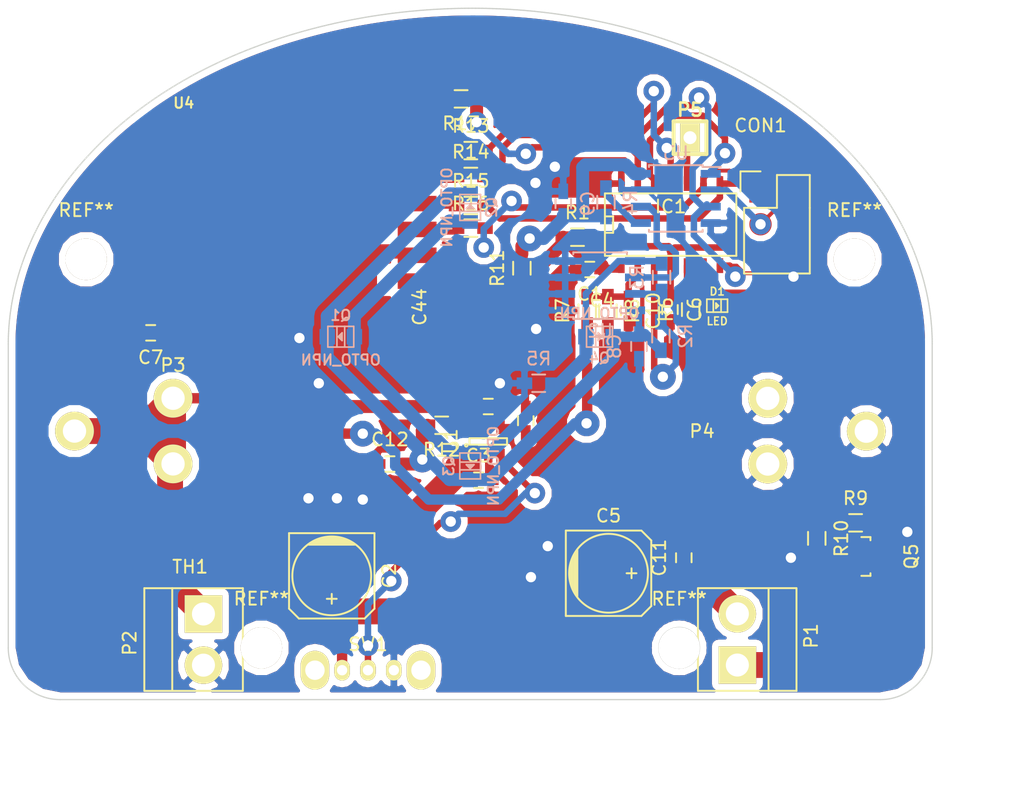
<source format=kicad_pcb>
(kicad_pcb (version 4) (host pcbnew 0.201603210401+6634~43~ubuntu14.04.1-product)
  (layers (0 F.Cu signal) (31 B.Cu signal) (34 B.Paste user hide) (35 F.Paste user hide) (36 B.SilkS user) (37 F.SilkS user) (38 B.Mask user hide) (39 F.Mask user hide) (44 Edge.Cuts user))
  (net 0 "")
  (net 1 VCC)
  (net 2 GND)
  (net 3 VAA)
  (net 4 "Net-(R4-Pad2)")
  (net 5 /RESET)
  (net 6 /BATTERY_VOLTAGE)
  (net 7 "Net-(D1-Pad1)")
  (net 8 /LASER_DETECT)
  (net 9 /LED)
  (net 10 /INT)
  (net 11 /RADIO_SELECT)
  (net 12 "Net-(P1-Pad1)")
  (net 13 +BATT)
  (net 14 /MATRIX_OUT)
  (net 15 "Net-(Q5-Pad1)")
  (net 16 /THRESHOLD)
  (net 17 /MISO)
  (net 18 /SCK)
  (net 19 /MOSI)
  (net 20 /LASER_ON)
  (net 21 /DIGIPOT_SELECT)
  (net 22 "Net-(CON1-Pad2)")
  (net 23 "Net-(IC1-Pad10)")
  (net 24 "Net-(U4-Pad1)")
  (net 25 "Net-(U4-Pad3)")
  (net 26 "Net-(U4-Pad4)")
  (net 27 "Net-(U4-Pad5)")
  (net 28 "Net-(U4-Pad6)")
  (net 29 "Net-(U4-Pad7)")
  (net 30 "Net-(U4-Pad10)")
  (net 31 "Net-(U4-Pad16)")
  (net 32 "Net-(C12-Pad2)")
  (net 33 "Net-(C9-Pad1)")
  (net 34 "Net-(R13-Pad1)")
  (net 35 "Net-(R14-Pad1)")
  (net 36 "Net-(R15-Pad1)")
  (net 37 "Net-(R16-Pad1)")
  (net 38 "Net-(R17-Pad2)")
  (net 39 "Net-(SW1-Pad2)")
  (module Capacitors_SMD:C_0603_HandSoldering (layer F.Cu) (at 91.5 112.4 90)
    (fp_text reference C44 (at 8.8 -8.2 90) (layer F.SilkS))
    (fp_text value C)
    (pad 1 smd rect (at -0.95 0 90) (size 1.2 0.75) (layers F.Cu F.Paste F.Mask))
    (pad 2 smd rect (at 0.95 0 90) (size 1.2 0.75) (layers F.Cu F.Paste F.Mask) (net 2 GND))
  )
  (module OS102011 (layer F.Cu) (at 79.3 131.7)
    (fp_text reference SW1 (at 0 -2) (layer F.SilkS))
    (fp_text value Switch_SPDT_x2)
    (pad 2 thru_hole oval (at 0 0) (size 1.2 1.6) (drill 0.8) (layers *.Cu *.Mask F.SilkS) (net 39 "Net-(SW1-Pad2)"))
    (pad 1 thru_hole oval (at 2 0) (size 1.2 1.6) (drill 0.8) (layers *.Cu *.Mask F.SilkS) (net 2 GND))
    (pad 3 thru_hole oval (at -2 0) (size 1.2 1.6) (drill 0.8) (layers *.Cu *.Mask F.SilkS) (net 3 VAA))
    (pad 4 thru_hole oval (at -4.1 0) (size 2.2 3) (drill 1.5) (layers *.Cu *.Mask F.SilkS))
    (pad 5 thru_hole oval (at 4.1 0) (size 2.2 3) (drill 1.5) (layers *.Cu *.Mask F.SilkS))
  )
  (module Housings_SOIC:SOIC-8_3.9x4.9mm_Pitch1.27mm (layer B.Cu) (at 103.1 95.2 180)
    (fp_text reference U3 (at 0 3.5 180) (layer B.SilkS) (effects (justify mirror)))
    (fp_text value MCP41XXX)
    (pad 1 smd rect (at -2.7 1.905 180) (size 1.55 0.6) (layers B.Cu B.Paste B.Mask) (net 21 /DIGIPOT_SELECT))
    (pad 2 smd rect (at -2.7 0.635 180) (size 1.55 0.6) (layers B.Cu B.Paste B.Mask) (net 18 /SCK))
    (pad 3 smd rect (at -2.7 -0.635 180) (size 1.55 0.6) (layers B.Cu B.Paste B.Mask) (net 19 /MOSI))
    (pad 4 smd rect (at -2.7 -1.905 180) (size 1.55 0.6) (layers B.Cu B.Paste B.Mask) (net 2 GND))
    (pad 5 smd rect (at 2.7 -1.905 180) (size 1.55 0.6) (layers B.Cu B.Paste B.Mask) (net 4 "Net-(R4-Pad2)"))
    (pad 6 smd rect (at 2.7 -0.635 180) (size 1.55 0.6) (layers B.Cu B.Paste B.Mask) (net 16 /THRESHOLD))
    (pad 7 smd rect (at 2.7 0.635 180) (size 1.55 0.6) (layers B.Cu B.Paste B.Mask) (net 2 GND))
    (pad 8 smd rect (at 2.7 1.905 180) (size 1.55 0.6) (layers B.Cu B.Paste B.Mask) (net 33 "Net-(C9-Pad1)"))
  )
  (module Mounting_Holes:MountingHole_3.2mm_M3_DIN965 (layer F.Cu) (at 116.91 99.91)
    (fp_text reference REF** (at 0 -3.8) (layer F.SilkS))
    (fp_text value MountingHole_3.2mm_M3_DIN965)
    (pad 1 thru_hole circle (at 0 0) (size 3.2 3.2) (drill 3.2) (layers *.Cu *.Mask F.SilkS))
  )
  (module Mounting_Holes:MountingHole_3.2mm_M3_DIN965 (layer F.Cu) (at 57.51 99.91)
    (fp_text reference REF** (at 0 -3.8) (layer F.SilkS))
    (fp_text value MountingHole_3.2mm_M3_DIN965)
    (pad 1 thru_hole circle (at 0 0) (size 3.2 3.2) (drill 3.2) (layers *.Cu *.Mask F.SilkS))
  )
  (module Mounting_Holes:MountingHole_3.2mm_M3_DIN965 (layer F.Cu) (at 71.06 129.97)
    (fp_text reference REF** (at 0 -3.8) (layer F.SilkS))
    (fp_text value MountingHole_3.2mm_M3_DIN965)
    (pad 1 thru_hole circle (at 0 0) (size 3.2 3.2) (drill 3.2) (layers *.Cu *.Mask F.SilkS))
  )
  (module Pin_Headers:Pin_Header_Straight_2x03 (layer F.Cu) (at 109.65 94.66)
    (fp_text reference CON1 (at 0 -5.1) (layer F.SilkS))
    (fp_text value AVR-ISP-6)
    (pad 1 smd rect (at 0 0) (size 1.7272 1.7272) (layers F.Cu F.Paste F.Mask) (net 17 /MISO))
    (pad 2 smd oval (at 2.54 0) (size 1.7272 1.7272) (layers F.Cu F.Paste F.Mask) (net 22 "Net-(CON1-Pad2)"))
    (pad 3 smd oval (at 0 2.54) (size 1.7272 1.7272) (layers F.Cu F.Paste F.Mask) (net 18 /SCK))
    (pad 4 smd oval (at 2.54 2.54) (size 1.7272 1.7272) (layers F.Cu F.Paste F.Mask) (net 19 /MOSI))
    (pad 5 smd oval (at 0 5.08) (size 1.6 1.6) (layers F.Cu F.Paste F.Mask) (net 5 /RESET))
    (pad 6 smd oval (at 2.54 5.08) (size 1.6 1.6) (layers F.Cu F.Paste F.Mask) (net 2 GND))
  )
  (module Fuse_Holders_and_Fuses:Fuse_SMD1206_HandSoldering (layer F.Cu) (at 65.5 121.5 180)
    (fp_text reference TH1 (at -0.0508 -2.19964 180) (layer F.SilkS))
    (fp_text value MC33191)
    (pad 1 smd rect (at -1.5 0 270) (size 1.9 1) (layers F.Cu F.Paste F.Mask) (net 3 VAA))
    (pad 2 smd rect (at 1.5 0 270) (size 1.9 1) (layers F.Cu F.Paste F.Mask) (net 13 +BATT))
  )
  (module Housings_SOT-23_SOT-143_TSOT-6:SOT-23_Handsoldering (layer F.Cu) (at 117.5 122.9 270)
    (fp_text reference Q5 (at 0 -3.81 270) (layer F.SilkS))
    (fp_text value Q_NMOS_GDS)
    (pad 1 smd rect (at -0.95 1.50114 270) (size 0.8001 1.80086) (layers F.Cu F.Paste F.Mask) (net 15 "Net-(Q5-Pad1)"))
    (pad 3 smd rect (at 0.95 1.50114 270) (size 0.8001 1.80086) (layers F.Cu F.Paste F.Mask) (net 2 GND))
    (pad 2 smd rect (at 0 -1.50114 270) (size 0.8001 1.80086) (layers F.Cu F.Paste F.Mask) (net 12 "Net-(P1-Pad1)"))
  )
  (module Pin_Headers:Pin_Header_Straight_1x01 (layer F.Cu) (at 110.21 113.21 180)
    (fp_text reference P4 (at 5.08 0 180) (layer F.SilkS))
    (fp_text value CONN_01X01 hide)
    (pad 1 thru_hole circle (at 0 -2.54 180) (size 3 3) (drill 1.8) (layers *.Cu *.Mask F.SilkS) (net 2 GND))
    (pad 1 thru_hole circle (at -7.62 0 180) (size 3 3) (drill 1.8) (layers *.Cu *.Mask F.SilkS) (net 2 GND))
    (pad 1 thru_hole circle (at 0 2.54 180) (size 3 3) (drill 1.8) (layers *.Cu *.Mask F.SilkS) (net 2 GND))
  )
  (module Pin_Headers:Pin_Header_Straight_1x01 (layer F.Cu) (at 64.23 113.2)
    (fp_text reference P3 (at 0 -5.1) (layer F.SilkS))
    (fp_text value CONN_01X01 hide)
    (pad 1 thru_hole circle (at -7.62 0) (size 3 3) (drill 1.8) (layers *.Cu *.Mask F.SilkS) (net 13 +BATT))
    (pad 1 thru_hole circle (at 0 -2.54) (size 3 3) (drill 1.8) (layers *.Cu *.Mask F.SilkS) (net 13 +BATT))
    (pad 1 thru_hole circle (at 0 2.54) (size 3 3) (drill 1.8) (layers *.Cu *.Mask F.SilkS) (net 13 +BATT))
  )
  (module Capacitors_SMD:C_0603_HandSoldering (layer F.Cu) (at 96.45 100.7 180)
    (fp_text reference C1 (at 0 -1.9 180) (layer F.SilkS))
    (fp_text value 1u)
    (pad 1 smd rect (at -0.95 0 180) (size 1.2 0.75) (layers F.Cu F.Paste F.Mask) (net 1 VCC))
    (pad 2 smd rect (at 0.95 0 180) (size 1.2 0.75) (layers F.Cu F.Paste F.Mask) (net 2 GND))
  )
  (module Capacitors_SMD:C_0603_HandSoldering (layer F.Cu) (at 87.85 117)
    (fp_text reference C3 (at 0 -1.9) (layer F.SilkS))
    (fp_text value C)
    (pad 1 smd rect (at -0.95 0) (size 1.2 0.75) (layers F.Cu F.Paste F.Mask) (net 3 VAA))
    (pad 2 smd rect (at 0.95 0) (size 1.2 0.75) (layers F.Cu F.Paste F.Mask) (net 2 GND))
  )
  (module Capacitors_SMD:C_0603_HandSoldering (layer F.Cu) (at 88.6 111.3)
    (fp_text reference C4 (at 8.8 -8.2) (layer F.SilkS))
    (fp_text value C)
    (pad 1 smd rect (at -0.95 0) (size 1.2 0.75) (layers F.Cu F.Paste F.Mask) (net 1 VCC))
    (pad 2 smd rect (at 0.95 0) (size 1.2 0.75) (layers F.Cu F.Paste F.Mask) (net 2 GND))
  )
  (module Capacitors_SMD:C_0603_HandSoldering (layer F.Cu) (at 102.65 103.8 270)
    (fp_text reference C6 (at 0 -1.9 270) (layer F.SilkS))
    (fp_text value 1u)
    (pad 1 smd rect (at -0.95 0 270) (size 1.2 0.75) (layers F.Cu F.Paste F.Mask) (net 5 /RESET))
    (pad 2 smd rect (at 0.95 0 270) (size 1.2 0.75) (layers F.Cu F.Paste F.Mask) (net 2 GND))
  )
  (module Capacitors_SMD:C_0603_HandSoldering (layer F.Cu) (at 62.5 105.6 180)
    (fp_text reference C7 (at 0 -1.9 180) (layer F.SilkS))
    (fp_text value 1u)
    (pad 1 smd rect (at -0.95 0 180) (size 1.2 0.75) (layers F.Cu F.Paste F.Mask) (net 1 VCC))
    (pad 2 smd rect (at 0.95 0 180) (size 1.2 0.75) (layers F.Cu F.Paste F.Mask) (net 2 GND))
  )
  (module Capacitors_SMD:C_0603_HandSoldering (layer B.Cu) (at 100.25 106.65 270)
    (fp_text reference C8 (at 0 1.9 270) (layer B.SilkS) (effects (justify mirror)))
    (fp_text value 1u)
    (pad 1 smd rect (at -0.95 0 270) (size 1.2 0.75) (layers B.Cu B.Paste B.Mask) (net 32 "Net-(C12-Pad2)"))
    (pad 2 smd rect (at 0.95 0 270) (size 1.2 0.75) (layers B.Cu B.Paste B.Mask) (net 2 GND))
  )
  (module Capacitors_SMD:C_0603_HandSoldering (layer B.Cu) (at 94.4 95.6 90)
    (fp_text reference C9 (at 0 1.9 90) (layer B.SilkS) (effects (justify mirror)))
    (fp_text value 1u)
    (pad 1 smd rect (at -0.95 0 90) (size 1.2 0.75) (layers B.Cu B.Paste B.Mask) (net 33 "Net-(C9-Pad1)"))
    (pad 2 smd rect (at 0.95 0 90) (size 1.2 0.75) (layers B.Cu B.Paste B.Mask) (net 2 GND))
  )
  (module SMD_Packages:SOIC-14_N (layer F.Cu) (at 102.7 97.1)
    (fp_text reference IC1 (at 0 -1.27) (layer F.SilkS))
    (fp_text value ATTINY441-SSU)
    (pad 1 smd rect (at -3.81 3.302) (size 0.508 1.143) (layers F.Cu F.Paste F.Mask) (net 1 VCC))
    (pad 2 smd rect (at -2.54 3.302) (size 0.508 1.143) (layers F.Cu F.Paste F.Mask) (net 6 /BATTERY_VOLTAGE))
    (pad 3 smd rect (at -1.27 3.302) (size 0.508 1.143) (layers F.Cu F.Paste F.Mask) (net 8 /LASER_DETECT))
    (pad 4 smd rect (at 0 3.302) (size 0.508 1.143) (layers F.Cu F.Paste F.Mask) (net 5 /RESET))
    (pad 5 smd rect (at 1.27 3.302) (size 0.508 1.143) (layers F.Cu F.Paste F.Mask) (net 9 /LED))
    (pad 6 smd rect (at 2.54 3.302) (size 0.508 1.143) (layers F.Cu F.Paste F.Mask) (net 20 /LASER_ON))
    (pad 7 smd rect (at 3.81 3.302) (size 0.508 1.143) (layers F.Cu F.Paste F.Mask) (net 19 /MOSI))
    (pad 8 smd rect (at 3.81 -3.048) (size 0.508 1.143) (layers F.Cu F.Paste F.Mask) (net 17 /MISO))
    (pad 9 smd rect (at 2.54 -3.048) (size 0.508 1.143) (layers F.Cu F.Paste F.Mask) (net 18 /SCK))
    (pad 11 smd rect (at 0 -3.048) (size 0.508 1.143) (layers F.Cu F.Paste F.Mask) (net 11 /RADIO_SELECT))
    (pad 12 smd rect (at -1.27 -3.048) (size 0.508 1.143) (layers F.Cu F.Paste F.Mask) (net 21 /DIGIPOT_SELECT))
    (pad 13 smd rect (at -2.54 -3.048) (size 0.508 1.143) (layers F.Cu F.Paste F.Mask) (net 10 /INT))
    (pad 14 smd rect (at -3.81 -3.048) (size 0.508 1.143) (layers F.Cu F.Paste F.Mask) (net 2 GND))
    (pad 10 smd rect (at 1.27 -3.048) (size 0.508 1.143) (layers F.Cu F.Paste F.Mask) (net 23 "Net-(IC1-Pad10)"))
  )
  (module Resistors_SMD:R_0603_HandSoldering (layer F.Cu) (at 95.5 98.2)
    (fp_text reference R1 (at 0 -1.9) (layer F.SilkS))
    (fp_text value 10k)
    (pad 1 smd rect (at -1.1 0) (size 1.2 0.9) (layers F.Cu F.Paste F.Mask) (net 1 VCC))
    (pad 2 smd rect (at 1.1 0) (size 1.2 0.9) (layers F.Cu F.Paste F.Mask) (net 5 /RESET))
  )
  (module Resistors_SMD:R_0603_HandSoldering (layer B.Cu) (at 101.948026 105.85 90)
    (fp_text reference R2 (at 0 1.9 90) (layer B.SilkS) (effects (justify mirror)))
    (fp_text value 10k)
    (pad 1 smd rect (at -1.1 0 90) (size 1.2 0.9) (layers B.Cu B.Paste B.Mask) (net 32 "Net-(C12-Pad2)"))
    (pad 2 smd rect (at 1.1 0 90) (size 1.2 0.9) (layers B.Cu B.Paste B.Mask) (net 8 /LASER_DETECT))
  )
  (module Resistors_SMD:R_0603_HandSoldering (layer B.Cu) (at 102 101.3 270)
    (fp_text reference R3 (at 0 1.9 270) (layer B.SilkS) (effects (justify mirror)))
    (fp_text value 5M)
    (pad 1 smd rect (at -1.1 0 270) (size 1.2 0.9) (layers B.Cu B.Paste B.Mask) (net 14 /MATRIX_OUT))
    (pad 2 smd rect (at 1.1 0 270) (size 1.2 0.9) (layers B.Cu B.Paste B.Mask) (net 8 /LASER_DETECT))
  )
  (module Resistors_SMD:R_0603_HandSoldering (layer B.Cu) (at 97.7 95.5 90)
    (fp_text reference R4 (at 0 1.9 90) (layer B.SilkS) (effects (justify mirror)))
    (fp_text value 512k)
    (pad 1 smd rect (at -1.1 0 90) (size 1.2 0.9) (layers B.Cu B.Paste B.Mask) (net 33 "Net-(C9-Pad1)"))
    (pad 2 smd rect (at 1.1 0 90) (size 1.2 0.9) (layers B.Cu B.Paste B.Mask) (net 4 "Net-(R4-Pad2)"))
  )
  (module Resistors_SMD:R_0603_HandSoldering (layer B.Cu) (at 92.5 109.5 180)
    (fp_text reference R5 (at 0 1.9 180) (layer B.SilkS) (effects (justify mirror)))
    (fp_text value 10k)
    (pad 1 smd rect (at -1.1 0 180) (size 1.2 0.9) (layers B.Cu B.Paste B.Mask) (net 14 /MATRIX_OUT))
    (pad 2 smd rect (at 1.1 0 180) (size 1.2 0.9) (layers B.Cu B.Paste B.Mask) (net 2 GND))
  )
  (module Capacitors_SMD:c_elec_6.3x5.3 (layer F.Cu) (at 76.5 124.4 270)
    (fp_text reference C2 (at 0 -4.445 270) (layer F.SilkS))
    (fp_text value CP)
    (pad 1 smd rect (at 2.75082 0 270) (size 3.59918 1.6002) (layers F.Cu F.Paste F.Mask) (net 3 VAA))
    (pad 2 smd rect (at -2.75082 0 270) (size 3.59918 1.6002) (layers F.Cu F.Paste F.Mask) (net 2 GND))
  )
  (module Capacitors_SMD:c_elec_6.3x5.3 (layer F.Cu) (at 97.9 124.2)
    (fp_text reference C5 (at 0 -4.445) (layer F.SilkS))
    (fp_text value CP)
    (pad 1 smd rect (at 2.75082 0) (size 3.59918 1.6002) (layers F.Cu F.Paste F.Mask) (net 3 VAA))
    (pad 2 smd rect (at -2.75082 0) (size 3.59918 1.6002) (layers F.Cu F.Paste F.Mask) (net 2 GND))
  )
  (module Capacitors_SMD:C_0603_HandSoldering (layer F.Cu) (at 99.45 103.9 270)
    (fp_text reference C10 (at 0 -1.9 270) (layer F.SilkS))
    (fp_text value 1u)
    (pad 1 smd rect (at -0.95 0 270) (size 1.2 0.75) (layers F.Cu F.Paste F.Mask) (net 6 /BATTERY_VOLTAGE))
    (pad 2 smd rect (at 0.95 0 270) (size 1.2 0.75) (layers F.Cu F.Paste F.Mask) (net 2 GND))
  )
  (module Capacitors_SMD:C_0603_HandSoldering (layer F.Cu) (at 103.72 123 90)
    (fp_text reference C11 (at 0 -1.9 90) (layer F.SilkS))
    (fp_text value 1u)
    (pad 1 smd rect (at -0.95 0 90) (size 1.2 0.75) (layers F.Cu F.Paste F.Mask) (net 3 VAA))
    (pad 2 smd rect (at 0.95 0 90) (size 1.2 0.75) (layers F.Cu F.Paste F.Mask) (net 2 GND))
  )
  (module w_smd_leds:Led_0603 (layer F.Cu) (at 106.3 103.5)
    (fp_text reference D1 (at 0 -1.09982) (layer F.SilkS) (effects (font (size 0.59944 0.59944) (thickness 0.11938))))
    (fp_text value LED (at 0 1.19888) (layer F.SilkS) (effects (font (size 0.59944 0.59944) (thickness 0.11938))))
    (pad 1 smd rect (at -0.7493 0) (size 0.79756 0.79756) (layers F.Cu F.Paste F.Mask) (net 7 "Net-(D1-Pad1)"))
    (pad 2 smd rect (at 0.7493 0) (size 0.79756 0.79756) (layers F.Cu F.Paste F.Mask) (net 2 GND))
  )
  (module Pin_Headers:Pin_Header_Straight_1x02_Pitch3.96mm_Friction_Lock (layer F.Cu) (at 107.86 131.3 90)
    (fp_text reference P1 (at 2.25 5.7 90) (layer F.SilkS))
    (fp_text value LASER)
    (pad 1 thru_hole rect (at 0 0 90) (size 2.9 2.9) (drill 1.78) (layers *.Cu *.Mask F.SilkS) (net 12 "Net-(P1-Pad1)"))
    (pad 2 thru_hole circle (at 3.96 0 90) (size 2.9 2.9) (drill 1.78) (layers *.Cu *.Mask F.SilkS) (net 3 VAA))
  )
  (module Pin_Headers:Pin_Header_Straight_1x02_Pitch3.96mm_Friction_Lock (layer F.Cu) (at 66.58 127.35 270)
    (fp_text reference P2 (at 2.25 5.7 270) (layer F.SilkS))
    (fp_text value BATTERY)
    (pad 1 thru_hole rect (at 0 0 270) (size 2.9 2.9) (drill 1.78) (layers *.Cu *.Mask F.SilkS) (net 13 +BATT))
    (pad 2 thru_hole circle (at 3.96 0 270) (size 2.9 2.9) (drill 1.78) (layers *.Cu *.Mask F.SilkS) (net 2 GND))
  )
  (module w_smd_leds:Led_0805 (layer B.Cu) (at 77.2 105.9 180)
    (fp_text reference Q1 (at 0 1.651 180) (layer B.SilkS) (effects (font (size 0.8001 0.8001) (thickness 0.14986)) (justify mirror)))
    (fp_text value OPTO_NPN (at 0 -1.80086 180) (layer B.SilkS) (effects (font (size 0.8001 0.8001) (thickness 0.14986)) (justify mirror)))
    (pad 1 smd rect (at -1.04902 0 180) (size 1.19888 1.19888) (layers B.Cu B.Paste B.Mask) (net 14 /MATRIX_OUT))
    (pad 3 smd rect (at 1.04902 0 180) (size 1.19888 1.19888) (layers B.Cu B.Paste B.Mask) (net 32 "Net-(C12-Pad2)"))
  )
  (module w_smd_leds:Led_0805 (layer B.Cu) (at 87.2 95.9 90)
    (fp_text reference Q2 (at 0 1.651 90) (layer B.SilkS) (effects (font (size 0.8001 0.8001) (thickness 0.14986)) (justify mirror)))
    (fp_text value OPTO_NPN (at 0 -1.80086 90) (layer B.SilkS) (effects (font (size 0.8001 0.8001) (thickness 0.14986)) (justify mirror)))
    (pad 1 smd rect (at -1.04902 0 90) (size 1.19888 1.19888) (layers B.Cu B.Paste B.Mask) (net 14 /MATRIX_OUT))
    (pad 3 smd rect (at 1.04902 0 90) (size 1.19888 1.19888) (layers B.Cu B.Paste B.Mask) (net 32 "Net-(C12-Pad2)"))
  )
  (module w_smd_leds:Led_0805 (layer B.Cu) (at 87.2 115.9 270)
    (fp_text reference Q3 (at 0 1.651 270) (layer B.SilkS) (effects (font (size 0.8001 0.8001) (thickness 0.14986)) (justify mirror)))
    (fp_text value OPTO_NPN (at 0 -1.80086 270) (layer B.SilkS) (effects (font (size 0.8001 0.8001) (thickness 0.14986)) (justify mirror)))
    (pad 1 smd rect (at -1.04902 0 270) (size 1.19888 1.19888) (layers B.Cu B.Paste B.Mask) (net 14 /MATRIX_OUT))
    (pad 3 smd rect (at 1.04902 0 270) (size 1.19888 1.19888) (layers B.Cu B.Paste B.Mask) (net 32 "Net-(C12-Pad2)"))
  )
  (module w_smd_leds:Led_0805 (layer B.Cu) (at 97.2 105.9)
    (fp_text reference Q4 (at 0 1.651) (layer B.SilkS) (effects (font (size 0.8001 0.8001) (thickness 0.14986)) (justify mirror)))
    (fp_text value OPTO_NPN (at 0 -1.80086) (layer B.SilkS) (effects (font (size 0.8001 0.8001) (thickness 0.14986)) (justify mirror)))
    (pad 1 smd rect (at -1.04902 0) (size 1.19888 1.19888) (layers B.Cu B.Paste B.Mask) (net 14 /MATRIX_OUT))
    (pad 3 smd rect (at 1.04902 0) (size 1.19888 1.19888) (layers B.Cu B.Paste B.Mask) (net 32 "Net-(C12-Pad2)"))
  )
  (module Resistors_SMD:R_0603_HandSoldering (layer F.Cu) (at 104.25 103.8 90)
    (fp_text reference R6 (at 0 -1.9 90) (layer F.SilkS))
    (fp_text value 220)
    (pad 1 smd rect (at -1.1 0 90) (size 1.2 0.9) (layers F.Cu F.Paste F.Mask) (net 7 "Net-(D1-Pad1)"))
    (pad 2 smd rect (at 1.1 0 90) (size 1.2 0.9) (layers F.Cu F.Paste F.Mask) (net 9 /LED))
  )
  (module Resistors_SMD:R_0603_HandSoldering (layer F.Cu) (at 96.25 103.9 90)
    (fp_text reference R7 (at 0 -1.9 90) (layer F.SilkS))
    (fp_text value 10k)
    (pad 1 smd rect (at -1.1 0 90) (size 1.2 0.9) (layers F.Cu F.Paste F.Mask) (net 13 +BATT))
    (pad 2 smd rect (at 1.1 0 90) (size 1.2 0.9) (layers F.Cu F.Paste F.Mask) (net 6 /BATTERY_VOLTAGE))
  )
  (module Resistors_SMD:R_0603_HandSoldering (layer F.Cu) (at 97.85 103.9 270)
    (fp_text reference R8 (at 0 -1.9 270) (layer F.SilkS))
    (fp_text value 10k)
    (pad 1 smd rect (at -1.1 0 270) (size 1.2 0.9) (layers F.Cu F.Paste F.Mask) (net 6 /BATTERY_VOLTAGE))
    (pad 2 smd rect (at 1.1 0 270) (size 1.2 0.9) (layers F.Cu F.Paste F.Mask) (net 2 GND))
  )
  (module Resistors_SMD:R_0603_HandSoldering (layer F.Cu) (at 117 120.3)
    (fp_text reference R9 (at 0 -1.9) (layer F.SilkS))
    (fp_text value 220)
    (pad 1 smd rect (at -1.1 0) (size 1.2 0.9) (layers F.Cu F.Paste F.Mask) (net 20 /LASER_ON))
    (pad 2 smd rect (at 1.1 0) (size 1.2 0.9) (layers F.Cu F.Paste F.Mask) (net 15 "Net-(Q5-Pad1)"))
  )
  (module Resistors_SMD:R_0603_HandSoldering (layer F.Cu) (at 114 121.5 270)
    (fp_text reference R10 (at 0 -1.9 270) (layer F.SilkS))
    (fp_text value 512k)
    (pad 1 smd rect (at -1.1 0 270) (size 1.2 0.9) (layers F.Cu F.Paste F.Mask) (net 20 /LASER_ON))
    (pad 2 smd rect (at 1.1 0 270) (size 1.2 0.9) (layers F.Cu F.Paste F.Mask) (net 2 GND))
  )
  (module Housings_SOT-23_SOT-143_TSOT-6:SOT-23-5 (layer F.Cu) (at 88.6 114 90)
    (fp_text reference U1 (at 0 -2.9 90) (layer F.SilkS))
    (fp_text value MIC5504)
    (pad 1 smd rect (at -1.1 -0.95 90) (size 1.06 0.65) (layers F.Cu F.Paste F.Mask) (net 3 VAA))
    (pad 2 smd rect (at -1.1 0 90) (size 1.06 0.65) (layers F.Cu F.Paste F.Mask) (net 2 GND))
    (pad 3 smd rect (at -1.1 0.95 90) (size 1.06 0.65) (layers F.Cu F.Paste F.Mask) (net 39 "Net-(SW1-Pad2)"))
    (pad 4 smd rect (at 1.1 0.95 90) (size 1.06 0.65) (layers F.Cu F.Paste F.Mask))
    (pad 5 smd rect (at 1.1 -0.95 90) (size 1.06 0.65) (layers F.Cu F.Paste F.Mask) (net 1 VCC))
  )
  (module Housings_SOIC:SOIC-8_3.9x4.9mm_Pitch1.27mm (layer B.Cu) (at 97.248026 101.95)
    (fp_text reference U2 (at 0 3.5) (layer B.SilkS) (effects (justify mirror)))
    (fp_text value LM393)
    (pad 1 smd rect (at -2.7 1.905) (size 1.55 0.6) (layers B.Cu B.Paste B.Mask) (net 2 GND))
    (pad 2 smd rect (at -2.7 0.635) (size 1.55 0.6) (layers B.Cu B.Paste B.Mask) (net 2 GND))
    (pad 3 smd rect (at -2.7 -0.635) (size 1.55 0.6) (layers B.Cu B.Paste B.Mask) (net 2 GND))
    (pad 4 smd rect (at -2.7 -1.905) (size 1.55 0.6) (layers B.Cu B.Paste B.Mask) (net 2 GND))
    (pad 5 smd rect (at 2.7 -1.905) (size 1.55 0.6) (layers B.Cu B.Paste B.Mask) (net 14 /MATRIX_OUT))
    (pad 6 smd rect (at 2.7 -0.635) (size 1.55 0.6) (layers B.Cu B.Paste B.Mask) (net 16 /THRESHOLD))
    (pad 7 smd rect (at 2.7 0.635) (size 1.55 0.6) (layers B.Cu B.Paste B.Mask) (net 8 /LASER_DETECT))
    (pad 8 smd rect (at 2.7 1.905) (size 1.55 0.6) (layers B.Cu B.Paste B.Mask) (net 32 "Net-(C12-Pad2)"))
  )
  (module mysensors_radios:RFM69HW_SMD_Handsoldering (layer F.Cu) (at 64.8 89.6)
    (fp_text reference U4 (at 0.254 -1.778) (layer F.SilkS) (effects (font (size 0.8 0.8) (thickness 0.16))))
    (fp_text value RFM69HW hide)
    (pad 1 smd rect (at -1.4 0) (size 3 1.2) (layers F.Cu F.Paste F.Mask) (net 24 "Net-(U4-Pad1)"))
    (pad 2 smd rect (at -1.4 2) (size 3 1.2) (layers F.Cu F.Paste F.Mask) (net 38 "Net-(R17-Pad2)"))
    (pad 3 smd rect (at -1.4 4) (size 3 1.2) (layers F.Cu F.Paste F.Mask) (net 25 "Net-(U4-Pad3)"))
    (pad 4 smd rect (at -1.4 6) (size 3 1.2) (layers F.Cu F.Paste F.Mask) (net 26 "Net-(U4-Pad4)"))
    (pad 5 smd rect (at -1.4 8) (size 3 1.2) (layers F.Cu F.Paste F.Mask) (net 27 "Net-(U4-Pad5)"))
    (pad 6 smd rect (at -1.4 10) (size 3 1.2) (layers F.Cu F.Paste F.Mask) (net 28 "Net-(U4-Pad6)"))
    (pad 7 smd rect (at -1.4 12) (size 3 1.2) (layers F.Cu F.Paste F.Mask) (net 29 "Net-(U4-Pad7)"))
    (pad 8 smd rect (at -1.4 14) (size 3 1.2) (layers F.Cu F.Paste F.Mask) (net 1 VCC))
    (pad 9 smd rect (at 18.3 14) (size 3 1.2) (layers F.Cu F.Paste F.Mask) (net 2 GND))
    (pad 10 smd rect (at 18.3 12) (size 3 1.2) (layers F.Cu F.Paste F.Mask) (net 30 "Net-(U4-Pad10)"))
    (pad 11 smd rect (at 18.3 10) (size 3 1.2) (layers F.Cu F.Paste F.Mask) (net 2 GND))
    (pad 12 smd rect (at 18.3 8) (size 3 1.2) (layers F.Cu F.Paste F.Mask) (net 37 "Net-(R16-Pad1)"))
    (pad 13 smd rect (at 18.3 6) (size 3 1.2) (layers F.Cu F.Paste F.Mask) (net 36 "Net-(R15-Pad1)"))
    (pad 14 smd rect (at 18.3 4) (size 3 1.2) (layers F.Cu F.Paste F.Mask) (net 35 "Net-(R14-Pad1)"))
    (pad 15 smd rect (at 18.3 2) (size 3 1.2) (layers F.Cu F.Paste F.Mask) (net 34 "Net-(R13-Pad1)"))
    (pad 16 smd rect (at 18.3 0) (size 3 1.2) (layers F.Cu F.Paste F.Mask) (net 31 "Net-(U4-Pad16)"))
  )
  (module Mounting_Holes:MountingHole_3.2mm_M3_DIN965 (layer F.Cu) (at 103.36 129.98)
    (fp_text reference REF** (at 0 -3.8) (layer F.SilkS))
    (fp_text value MountingHole_3.2mm_M3_DIN965)
    (pad 1 thru_hole circle (at 0 0) (size 3.2 3.2) (drill 3.2) (layers *.Cu *.Mask F.SilkS))
  )
  (module Capacitors_SMD:C_0603_HandSoldering (layer F.Cu) (at 81 115.75)
    (fp_text reference C12 (at 0 -1.9) (layer F.SilkS))
    (fp_text value 1u)
    (pad 1 smd rect (at -0.95 0) (size 1.2 0.75) (layers F.Cu F.Paste F.Mask) (net 2 GND))
    (pad 2 smd rect (at 0.95 0) (size 1.2 0.75) (layers F.Cu F.Paste F.Mask) (net 32 "Net-(C12-Pad2)"))
  )
  (module Resistors_SMD:R_0603_HandSoldering (layer F.Cu) (at 91.2 100.6 90)
    (fp_text reference R11 (at 0 -1.9 90) (layer F.SilkS))
    (fp_text value 10R)
    (pad 1 smd rect (at -1.1 0 90) (size 1.2 0.9) (layers F.Cu F.Paste F.Mask) (net 1 VCC))
    (pad 2 smd rect (at 1.1 0 90) (size 1.2 0.9) (layers F.Cu F.Paste F.Mask) (net 33 "Net-(C9-Pad1)"))
  )
  (module Resistors_SMD:R_0603_HandSoldering (layer F.Cu) (at 85 112.75 180)
    (fp_text reference R12 (at 0 -1.9 180) (layer F.SilkS))
    (fp_text value 10R)
    (pad 1 smd rect (at -1.1 0 180) (size 1.2 0.9) (layers F.Cu F.Paste F.Mask) (net 1 VCC))
    (pad 2 smd rect (at 1.1 0 180) (size 1.2 0.9) (layers F.Cu F.Paste F.Mask) (net 32 "Net-(C12-Pad2)"))
  )
  (module Resistors_SMD:R_0603_HandSoldering (layer F.Cu) (at 87.25 91.5)
    (fp_text reference R13 (at 0 -1.9) (layer F.SilkS))
    (fp_text value 10k)
    (pad 1 smd rect (at -1.1 0) (size 1.2 0.9) (layers F.Cu F.Paste F.Mask) (net 34 "Net-(R13-Pad1)"))
    (pad 2 smd rect (at 1.1 0) (size 1.2 0.9) (layers F.Cu F.Paste F.Mask) (net 11 /RADIO_SELECT))
  )
  (module Resistors_SMD:R_0603_HandSoldering (layer F.Cu) (at 87.25 93.5)
    (fp_text reference R14 (at 0 -1.9) (layer F.SilkS))
    (fp_text value 10k)
    (pad 1 smd rect (at -1.1 0) (size 1.2 0.9) (layers F.Cu F.Paste F.Mask) (net 35 "Net-(R14-Pad1)"))
    (pad 2 smd rect (at 1.1 0) (size 1.2 0.9) (layers F.Cu F.Paste F.Mask) (net 19 /MOSI))
  )
  (module Resistors_SMD:R_0603_HandSoldering (layer F.Cu) (at 87.25 95.75)
    (fp_text reference R15 (at 0 -1.9) (layer F.SilkS))
    (fp_text value 10k)
    (pad 1 smd rect (at -1.1 0) (size 1.2 0.9) (layers F.Cu F.Paste F.Mask) (net 36 "Net-(R15-Pad1)"))
    (pad 2 smd rect (at 1.1 0) (size 1.2 0.9) (layers F.Cu F.Paste F.Mask) (net 17 /MISO))
  )
  (module Resistors_SMD:R_0603_HandSoldering (layer F.Cu) (at 87.25 97.5)
    (fp_text reference R16 (at 0 -1.9) (layer F.SilkS))
    (fp_text value 10k)
    (pad 1 smd rect (at -1.1 0) (size 1.2 0.9) (layers F.Cu F.Paste F.Mask) (net 37 "Net-(R16-Pad1)"))
    (pad 2 smd rect (at 1.1 0) (size 1.2 0.9) (layers F.Cu F.Paste F.Mask) (net 18 /SCK))
  )
  (module Resistors_SMD:R_0603_HandSoldering (layer F.Cu) (at 86.5 87.5 180)
    (fp_text reference R17 (at 0 -1.9 180) (layer F.SilkS))
    (fp_text value 10k)
    (pad 1 smd rect (at -1.1 0 180) (size 1.2 0.9) (layers F.Cu F.Paste F.Mask) (net 10 /INT))
    (pad 2 smd rect (at 1.1 0 180) (size 1.2 0.9) (layers F.Cu F.Paste F.Mask) (net 38 "Net-(R17-Pad2)"))
  )
  (module w_pin_strip:pin_socket_1 (layer F.Cu) (at 104.2 90.5)
    (fp_text reference P5 (at 0 -2.159) (layer F.SilkS) (effects (font (size 1.016 1.016) (thickness 0.2032))))
    (fp_text value CONN_01X01 hide)
    (pad 1 thru_hole rect (at 0 0) (size 1.524 2.19964) (drill 1.00076) (layers *.Cu *.Mask F.SilkS) (net 23 "Net-(IC1-Pad10)"))
  )
  (gr_line (start 118.924691 133.974752) (end 55.49 133.974752) (layer Edge.Cuts) (width 0.1))
  (gr_line (start 51.49 129.974752) (end 51.49 106.461615) (layer Edge.Cuts) (width 0.1))
  (gr_line (start 95.873181 81.251752) (end 95.611681 81.204752) (layer Edge.Cuts) (width 0.1))
  (gr_line (start 96.134081 81.300252) (end 95.873181 81.251752) (layer Edge.Cuts) (width 0.1))
  (gr_line (start 96.394481 81.350152) (end 96.134081 81.300252) (layer Edge.Cuts) (width 0.1))
  (gr_line (start 96.654381 81.401452) (end 96.394481 81.350152) (layer Edge.Cuts) (width 0.1))
  (gr_line (start 96.913781 81.454252) (end 96.654381 81.401452) (layer Edge.Cuts) (width 0.1))
  (gr_line (start 97.172581 81.508452) (end 96.913781 81.454252) (layer Edge.Cuts) (width 0.1))
  (gr_line (start 97.430781 81.564052) (end 97.172581 81.508452) (layer Edge.Cuts) (width 0.1))
  (gr_line (start 97.688481 81.621152) (end 97.430781 81.564052) (layer Edge.Cuts) (width 0.1))
  (gr_line (start 97.945581 81.679552) (end 97.688481 81.621152) (layer Edge.Cuts) (width 0.1))
  (gr_line (start 98.201981 81.739452) (end 97.945581 81.679552) (layer Edge.Cuts) (width 0.1))
  (gr_line (start 98.457881 81.800652) (end 98.201981 81.739452) (layer Edge.Cuts) (width 0.1))
  (gr_line (start 98.713081 81.863352) (end 98.457881 81.800652) (layer Edge.Cuts) (width 0.1))
  (gr_line (start 98.967681 81.927352) (end 98.713081 81.863352) (layer Edge.Cuts) (width 0.1))
  (gr_line (start 99.221581 81.992852) (end 98.967681 81.927352) (layer Edge.Cuts) (width 0.1))
  (gr_line (start 99.474781 82.059652) (end 99.221581 81.992852) (layer Edge.Cuts) (width 0.1))
  (gr_line (start 99.727281 82.127852) (end 99.474781 82.059652) (layer Edge.Cuts) (width 0.1))
  (gr_line (start 99.979181 82.197452) (end 99.727281 82.127852) (layer Edge.Cuts) (width 0.1))
  (gr_line (start 100.230281 82.268352) (end 99.979181 82.197452) (layer Edge.Cuts) (width 0.1))
  (gr_line (start 100.480681 82.340652) (end 100.230281 82.268352) (layer Edge.Cuts) (width 0.1))
  (gr_line (start 100.730381 82.414352) (end 100.480681 82.340652) (layer Edge.Cuts) (width 0.1))
  (gr_line (start 100.979281 82.489352) (end 100.730381 82.414352) (layer Edge.Cuts) (width 0.1))
  (gr_line (start 101.227381 82.565752) (end 100.979281 82.489352) (layer Edge.Cuts) (width 0.1))
  (gr_line (start 101.474781 82.643452) (end 101.227381 82.565752) (layer Edge.Cuts) (width 0.1))
  (gr_line (start 101.721281 82.722452) (end 101.474781 82.643452) (layer Edge.Cuts) (width 0.1))
  (gr_line (start 101.967081 82.802852) (end 101.721281 82.722452) (layer Edge.Cuts) (width 0.1))
  (gr_line (start 102.211981 82.884552) (end 101.967081 82.802852) (layer Edge.Cuts) (width 0.1))
  (gr_line (start 58.075381 91.461052) (end 57.921081 91.622652) (layer Edge.Cuts) (width 0.1))
  (gr_line (start 58.231381 91.300252) (end 58.075381 91.461052) (layer Edge.Cuts) (width 0.1))
  (gr_line (start 58.388981 91.140352) (end 58.231381 91.300252) (layer Edge.Cuts) (width 0.1))
  (gr_line (start 58.548181 90.981352) (end 58.388981 91.140352) (layer Edge.Cuts) (width 0.1))
  (gr_line (start 58.709081 90.823252) (end 58.548181 90.981352) (layer Edge.Cuts) (width 0.1))
  (gr_line (start 58.871481 90.666052) (end 58.709081 90.823252) (layer Edge.Cuts) (width 0.1))
  (gr_line (start 59.035581 90.509752) (end 58.871481 90.666052) (layer Edge.Cuts) (width 0.1))
  (gr_line (start 59.201181 90.354352) (end 59.035581 90.509752) (layer Edge.Cuts) (width 0.1))
  (gr_line (start 59.368481 90.199852) (end 59.201181 90.354352) (layer Edge.Cuts) (width 0.1))
  (gr_line (start 59.537281 90.046352) (end 59.368481 90.199852) (layer Edge.Cuts) (width 0.1))
  (gr_line (start 59.707681 89.893852) (end 59.537281 90.046352) (layer Edge.Cuts) (width 0.1))
  (gr_line (start 59.879681 89.742252) (end 59.707681 89.893852) (layer Edge.Cuts) (width 0.1))
  (gr_line (start 60.053181 89.591652) (end 59.879681 89.742252) (layer Edge.Cuts) (width 0.1))
  (gr_line (start 60.228331 89.442052) (end 60.053181 89.591652) (layer Edge.Cuts) (width 0.1))
  (gr_line (start 60.404991 89.293352) (end 60.228331 89.442052) (layer Edge.Cuts) (width 0.1))
  (gr_line (start 60.583181 89.145752) (end 60.404991 89.293352) (layer Edge.Cuts) (width 0.1))
  (gr_line (start 60.762921 88.999152) (end 60.583181 89.145752) (layer Edge.Cuts) (width 0.1))
  (gr_line (start 60.944181 88.853552) (end 60.762921 88.999152) (layer Edge.Cuts) (width 0.1))
  (gr_line (start 61.126971 88.709052) (end 60.944181 88.853552) (layer Edge.Cuts) (width 0.1))
  (gr_line (start 61.311271 88.565552) (end 61.126971 88.709052) (layer Edge.Cuts) (width 0.1))
  (gr_line (start 61.497091 88.423052) (end 61.311271 88.565552) (layer Edge.Cuts) (width 0.1))
  (gr_line (start 61.684401 88.281652) (end 61.497091 88.423052) (layer Edge.Cuts) (width 0.1))
  (gr_line (start 61.873221 88.141352) (end 61.684401 88.281652) (layer Edge.Cuts) (width 0.1))
  (gr_line (start 62.063521 88.002152) (end 61.873221 88.141352) (layer Edge.Cuts) (width 0.1))
  (gr_line (start 62.255301 87.864052) (end 62.063521 88.002152) (layer Edge.Cuts) (width 0.1))
  (gr_line (start 62.448561 87.727052) (end 62.255301 87.864052) (layer Edge.Cuts) (width 0.1))
  (gr_line (start 62.643291 87.591152) (end 62.448561 87.727052) (layer Edge.Cuts) (width 0.1))
  (gr_line (start 62.839481 87.456352) (end 62.643291 87.591152) (layer Edge.Cuts) (width 0.1))
  (gr_line (start 63.037131 87.322652) (end 62.839481 87.456352) (layer Edge.Cuts) (width 0.1))
  (gr_line (start 63.236221 87.190152) (end 63.037131 87.322652) (layer Edge.Cuts) (width 0.1))
  (gr_line (start 63.436761 87.058852) (end 63.236221 87.190152) (layer Edge.Cuts) (width 0.1))
  (gr_line (start 63.638721 86.928652) (end 63.436761 87.058852) (layer Edge.Cuts) (width 0.1))
  (gr_line (start 63.842121 86.799652) (end 63.638721 86.928652) (layer Edge.Cuts) (width 0.1))
  (gr_line (start 64.046931 86.671852) (end 63.842121 86.799652) (layer Edge.Cuts) (width 0.1))
  (gr_line (start 64.253101 86.545252) (end 64.046931 86.671852) (layer Edge.Cuts) (width 0.1))
  (gr_line (start 64.460611 86.419852) (end 64.253101 86.545252) (layer Edge.Cuts) (width 0.1))
  (gr_line (start 64.669451 86.295752) (end 64.460611 86.419852) (layer Edge.Cuts) (width 0.1))
  (gr_line (start 64.879591 86.172852) (end 64.669451 86.295752) (layer Edge.Cuts) (width 0.1))
  (gr_line (start 65.091031 86.051152) (end 64.879591 86.172852) (layer Edge.Cuts) (width 0.1))
  (gr_line (start 65.303741 85.930652) (end 65.091031 86.051152) (layer Edge.Cuts) (width 0.1))
  (gr_line (start 65.517731 85.811452) (end 65.303741 85.930652) (layer Edge.Cuts) (width 0.1))
  (gr_line (start 65.732971 85.693452) (end 65.517731 85.811452) (layer Edge.Cuts) (width 0.1))
  (gr_line (start 65.949441 85.576752) (end 65.732971 85.693452) (layer Edge.Cuts) (width 0.1))
  (gr_line (start 66.167141 85.461252) (end 65.949441 85.576752) (layer Edge.Cuts) (width 0.1))
  (gr_line (start 66.386041 85.346952) (end 66.167141 85.461252) (layer Edge.Cuts) (width 0.1))
  (gr_line (start 66.606151 85.233952) (end 66.386041 85.346952) (layer Edge.Cuts) (width 0.1))
  (gr_line (start 66.827431 85.122252) (end 66.606151 85.233952) (layer Edge.Cuts) (width 0.1))
  (gr_line (start 67.049871 85.011752) (end 66.827431 85.122252) (layer Edge.Cuts) (width 0.1))
  (gr_line (start 67.273471 84.902452) (end 67.049871 85.011752) (layer Edge.Cuts) (width 0.1))
  (gr_line (start 67.498201 84.794552) (end 67.273471 84.902452) (layer Edge.Cuts) (width 0.1))
  (gr_line (start 67.724061 84.687852) (end 67.498201 84.794552) (layer Edge.Cuts) (width 0.1))
  (gr_line (start 67.951021 84.582352) (end 67.724061 84.687852) (layer Edge.Cuts) (width 0.1))
  (gr_line (start 68.179081 84.478152) (end 67.951021 84.582352) (layer Edge.Cuts) (width 0.1))
  (gr_line (start 68.408221 84.375352) (end 68.179081 84.478152) (layer Edge.Cuts) (width 0.1))
  (gr_line (start 120.630181 97.371252) (end 120.533981 97.186652) (layer Edge.Cuts) (width 0.1))
  (gr_line (start 120.724581 97.556452) (end 120.630181 97.371252) (layer Edge.Cuts) (width 0.1))
  (gr_line (start 120.816981 97.742052) (end 120.724581 97.556452) (layer Edge.Cuts) (width 0.1))
  (gr_line (start 120.907481 97.928252) (end 120.816981 97.742052) (layer Edge.Cuts) (width 0.1))
  (gr_line (start 120.996181 98.114852) (end 120.907481 97.928252) (layer Edge.Cuts) (width 0.1))
  (gr_line (start 121.082881 98.302052) (end 120.996181 98.114852) (layer Edge.Cuts) (width 0.1))
  (gr_line (start 121.167781 98.489652) (end 121.082881 98.302052) (layer Edge.Cuts) (width 0.1))
  (gr_line (start 121.250681 98.677752) (end 121.167781 98.489652) (layer Edge.Cuts) (width 0.1))
  (gr_line (start 121.331681 98.866252) (end 121.250681 98.677752) (layer Edge.Cuts) (width 0.1))
  (gr_line (start 121.410781 99.055252) (end 121.331681 98.866252) (layer Edge.Cuts) (width 0.1))
  (gr_line (start 121.487981 99.244652) (end 121.410781 99.055252) (layer Edge.Cuts) (width 0.1))
  (gr_line (start 121.563181 99.434452) (end 121.487981 99.244652) (layer Edge.Cuts) (width 0.1))
  (gr_line (start 121.636481 99.624652) (end 121.563181 99.434452) (layer Edge.Cuts) (width 0.1))
  (gr_line (start 121.707781 99.815252) (end 121.636481 99.624652) (layer Edge.Cuts) (width 0.1))
  (gr_line (start 121.777081 100.006352) (end 121.707781 99.815252) (layer Edge.Cuts) (width 0.1))
  (gr_line (start 121.844481 100.197752) (end 121.777081 100.006352) (layer Edge.Cuts) (width 0.1))
  (gr_line (start 121.909881 100.389452) (end 121.844481 100.197752) (layer Edge.Cuts) (width 0.1))
  (gr_line (start 121.973381 100.581652) (end 121.909881 100.389452) (layer Edge.Cuts) (width 0.1))
  (gr_line (start 122.034781 100.774052) (end 121.973381 100.581652) (layer Edge.Cuts) (width 0.1))
  (gr_line (start 122.094281 100.966852) (end 122.034781 100.774052) (layer Edge.Cuts) (width 0.1))
  (gr_line (start 122.151781 101.160052) (end 122.094281 100.966852) (layer Edge.Cuts) (width 0.1))
  (gr_line (start 122.207181 101.353552) (end 122.151781 101.160052) (layer Edge.Cuts) (width 0.1))
  (gr_line (start 122.260681 101.547252) (end 122.207181 101.353552) (layer Edge.Cuts) (width 0.1))
  (gr_line (start 122.312081 101.741352) (end 122.260681 101.547252) (layer Edge.Cuts) (width 0.1))
  (gr_line (start 122.924681 106.461652) (end 122.923581 106.263452) (layer Edge.Cuts) (width 0.1))
  (gr_line (start 122.408881 102.130352) (end 122.361581 101.935752) (layer Edge.Cuts) (width 0.1))
  (gr_line (start 102.456081 82.967652) (end 102.211981 82.884552) (layer Edge.Cuts) (width 0.1))
  (gr_line (start 102.699281 83.052052) (end 102.456081 82.967652) (layer Edge.Cuts) (width 0.1))
  (gr_line (start 102.941681 83.137652) (end 102.699281 83.052052) (layer Edge.Cuts) (width 0.1))
  (gr_line (start 103.183181 83.224652) (end 102.941681 83.137652) (layer Edge.Cuts) (width 0.1))
  (gr_line (start 103.423781 83.312952) (end 103.183181 83.224652) (layer Edge.Cuts) (width 0.1))
  (gr_line (start 103.663481 83.402552) (end 103.423781 83.312952) (layer Edge.Cuts) (width 0.1))
  (gr_line (start 103.902281 83.493552) (end 103.663481 83.402552) (layer Edge.Cuts) (width 0.1))
  (gr_line (start 104.140081 83.585652) (end 103.902281 83.493552) (layer Edge.Cuts) (width 0.1))
  (gr_line (start 104.376981 83.679152) (end 104.140081 83.585652) (layer Edge.Cuts) (width 0.1))
  (gr_line (start 104.612981 83.773952) (end 104.376981 83.679152) (layer Edge.Cuts) (width 0.1))
  (gr_line (start 104.847981 83.869952) (end 104.612981 83.773952) (layer Edge.Cuts) (width 0.1))
  (gr_line (start 105.081981 83.967352) (end 104.847981 83.869952) (layer Edge.Cuts) (width 0.1))
  (gr_line (start 105.314981 84.065952) (end 105.081981 83.967352) (layer Edge.Cuts) (width 0.1))
  (gr_line (start 105.546881 84.165752) (end 105.314981 84.065952) (layer Edge.Cuts) (width 0.1))
  (gr_line (start 105.777881 84.266852) (end 105.546881 84.165752) (layer Edge.Cuts) (width 0.1))
  (gr_line (start 106.007781 84.369252) (end 105.777881 84.266852) (layer Edge.Cuts) (width 0.1))
  (gr_line (start 106.236681 84.472852) (end 106.007781 84.369252) (layer Edge.Cuts) (width 0.1))
  (gr_line (start 106.464481 84.577752) (end 106.236681 84.472852) (layer Edge.Cuts) (width 0.1))
  (gr_line (start 106.691181 84.683852) (end 106.464481 84.577752) (layer Edge.Cuts) (width 0.1))
  (gr_line (start 106.916781 84.791152) (end 106.691181 84.683852) (layer Edge.Cuts) (width 0.1))
  (gr_line (start 107.141281 84.899752) (end 106.916781 84.791152) (layer Edge.Cuts) (width 0.1))
  (gr_line (start 107.364681 85.009552) (end 107.141281 84.899752) (layer Edge.Cuts) (width 0.1))
  (gr_line (start 107.586981 85.120552) (end 107.364681 85.009552) (layer Edge.Cuts) (width 0.1))
  (gr_line (start 107.808081 85.232752) (end 107.586981 85.120552) (layer Edge.Cuts) (width 0.1))
  (gr_line (start 108.028081 85.346252) (end 107.808081 85.232752) (layer Edge.Cuts) (width 0.1))
  (gr_line (start 108.246881 85.460852) (end 108.028081 85.346252) (layer Edge.Cuts) (width 0.1))
  (gr_line (start 68.638421 84.273652) (end 68.408221 84.375352) (layer Edge.Cuts) (width 0.1))
  (gr_line (start 68.869671 84.173352) (end 68.638421 84.273652) (layer Edge.Cuts) (width 0.1))
  (gr_line (start 69.101961 84.074252) (end 68.869671 84.173352) (layer Edge.Cuts) (width 0.1))
  (gr_line (start 69.335269 83.976452) (end 69.101961 84.074252) (layer Edge.Cuts) (width 0.1))
  (gr_line (start 69.569585 83.879952) (end 69.335269 83.976452) (layer Edge.Cuts) (width 0.1))
  (gr_line (start 69.804894 83.784752) (end 69.569585 83.879952) (layer Edge.Cuts) (width 0.1))
  (gr_line (start 70.041181 83.690852) (end 69.804894 83.784752) (layer Edge.Cuts) (width 0.1))
  (gr_line (start 70.278433 83.598252) (end 70.041181 83.690852) (layer Edge.Cuts) (width 0.1))
  (gr_line (start 70.516633 83.506952) (end 70.278433 83.598252) (layer Edge.Cuts) (width 0.1))
  (gr_line (start 70.755768 83.416952) (end 70.516633 83.506952) (layer Edge.Cuts) (width 0.1))
  (gr_line (start 70.995825 83.328152) (end 70.755768 83.416952) (layer Edge.Cuts) (width 0.1))
  (gr_line (start 71.236791 83.240752) (end 70.995825 83.328152) (layer Edge.Cuts) (width 0.1))
  (gr_line (start 71.478641 83.154652) (end 71.236791 83.240752) (layer Edge.Cuts) (width 0.1))
  (gr_line (start 71.721371 83.069852) (end 71.478641 83.154652) (layer Edge.Cuts) (width 0.1))
  (gr_line (start 71.964971 82.986452) (end 71.721371 83.069852) (layer Edge.Cuts) (width 0.1))
  (gr_line (start 72.209411 82.904252) (end 71.964971 82.986452) (layer Edge.Cuts) (width 0.1))
  (gr_line (start 72.454691 82.823452) (end 72.209411 82.904252) (layer Edge.Cuts) (width 0.1))
  (gr_line (start 72.700781 82.743952) (end 72.454691 82.823452) (layer Edge.Cuts) (width 0.1))
  (gr_line (start 72.947691 82.665752) (end 72.700781 82.743952) (layer Edge.Cuts) (width 0.1))
  (gr_line (start 73.195381 82.588852) (end 72.947691 82.665752) (layer Edge.Cuts) (width 0.1))
  (gr_line (start 73.443851 82.513352) (end 73.195381 82.588852) (layer Edge.Cuts) (width 0.1))
  (gr_line (start 73.693081 82.439152) (end 73.443851 82.513352) (layer Edge.Cuts) (width 0.1))
  (gr_line (start 73.943061 82.366252) (end 73.693081 82.439152) (layer Edge.Cuts) (width 0.1))
  (gr_line (start 74.193781 82.294752) (end 73.943061 82.366252) (layer Edge.Cuts) (width 0.1))
  (gr_line (start 74.445211 82.224552) (end 74.193781 82.294752) (layer Edge.Cuts) (width 0.1))
  (gr_line (start 74.697351 82.155752) (end 74.445211 82.224552) (layer Edge.Cuts) (width 0.1))
  (gr_line (start 74.950171 82.088252) (end 74.697351 82.155752) (layer Edge.Cuts) (width 0.1))
  (gr_line (start 81.984781 80.785952) (end 81.718781 80.815952) (layer Edge.Cuts) (width 0.1))
  (gr_line (start 82.251081 80.757352) (end 81.984781 80.785952) (layer Edge.Cuts) (width 0.1))
  (gr_line (start 82.517581 80.730152) (end 82.251081 80.757352) (layer Edge.Cuts) (width 0.1))
  (gr_line (start 82.784481 80.704452) (end 82.517581 80.730152) (layer Edge.Cuts) (width 0.1))
  (gr_line (start 83.051581 80.680152) (end 82.784481 80.704452) (layer Edge.Cuts) (width 0.1))
  (gr_line (start 83.318881 80.657252) (end 83.051581 80.680152) (layer Edge.Cuts) (width 0.1))
  (gr_line (start 83.586381 80.635852) (end 83.318881 80.657252) (layer Edge.Cuts) (width 0.1))
  (gr_line (start 83.854081 80.615852) (end 83.586381 80.635852) (layer Edge.Cuts) (width 0.1))
  (gr_line (start 84.121981 80.597352) (end 83.854081 80.615852) (layer Edge.Cuts) (width 0.1))
  (gr_line (start 84.390081 80.580252) (end 84.121981 80.597352) (layer Edge.Cuts) (width 0.1))
  (gr_line (start 84.658281 80.564552) (end 84.390081 80.580252) (layer Edge.Cuts) (width 0.1))
  (gr_line (start 84.926681 80.550352) (end 84.658281 80.564552) (layer Edge.Cuts) (width 0.1))
  (gr_line (start 85.195181 80.537652) (end 84.926681 80.550352) (layer Edge.Cuts) (width 0.1))
  (gr_line (start 85.463781 80.526452) (end 85.195181 80.537652) (layer Edge.Cuts) (width 0.1))
  (gr_line (start 85.732481 80.516552) (end 85.463781 80.526452) (layer Edge.Cuts) (width 0.1))
  (gr_line (start 86.001381 80.508252) (end 85.732481 80.516552) (layer Edge.Cuts) (width 0.1))
  (gr_line (start 86.270181 80.501352) (end 86.001381 80.508252) (layer Edge.Cuts) (width 0.1))
  (gr_line (start 86.539181 80.495952) (end 86.270181 80.501352) (layer Edge.Cuts) (width 0.1))
  (gr_line (start 86.808081 80.492052) (end 86.539181 80.495952) (layer Edge.Cuts) (width 0.1))
  (gr_line (start 87.077081 80.489652) (end 86.808081 80.492052) (layer Edge.Cuts) (width 0.1))
  (gr_line (start 87.346181 80.488652) (end 87.077081 80.489652) (layer Edge.Cuts) (width 0.1))
  (gr_line (start 87.615181 80.489152) (end 87.346181 80.488652) (layer Edge.Cuts) (width 0.1))
  (gr_line (start 87.884181 80.491152) (end 87.615181 80.489152) (layer Edge.Cuts) (width 0.1))
  (gr_line (start 88.153081 80.494652) (end 87.884181 80.491152) (layer Edge.Cuts) (width 0.1))
  (gr_line (start 88.422081 80.499652) (end 88.153081 80.494652) (layer Edge.Cuts) (width 0.1))
  (gr_line (start 88.690881 80.506152) (end 88.422081 80.499652) (layer Edge.Cuts) (width 0.1))
  (gr_line (start 117.679781 92.939452) (end 117.538881 92.771252) (layer Edge.Cuts) (width 0.1))
  (gr_line (start 117.819081 93.108452) (end 117.679781 92.939452) (layer Edge.Cuts) (width 0.1))
  (gr_line (start 117.956581 93.278152) (end 117.819081 93.108452) (layer Edge.Cuts) (width 0.1))
  (gr_line (start 118.092381 93.448652) (end 117.956581 93.278152) (layer Edge.Cuts) (width 0.1))
  (gr_line (start 118.226481 93.619952) (end 118.092381 93.448652) (layer Edge.Cuts) (width 0.1))
  (gr_line (start 118.358781 93.791952) (end 118.226481 93.619952) (layer Edge.Cuts) (width 0.1))
  (gr_line (start 118.489381 93.964652) (end 118.358781 93.791952) (layer Edge.Cuts) (width 0.1))
  (gr_line (start 118.618181 94.138052) (end 118.489381 93.964652) (layer Edge.Cuts) (width 0.1))
  (gr_line (start 118.745281 94.312252) (end 118.618181 94.138052) (layer Edge.Cuts) (width 0.1))
  (gr_line (start 118.870581 94.487052) (end 118.745281 94.312252) (layer Edge.Cuts) (width 0.1))
  (gr_line (start 118.994081 94.662652) (end 118.870581 94.487052) (layer Edge.Cuts) (width 0.1))
  (gr_line (start 119.115881 94.838852) (end 118.994081 94.662652) (layer Edge.Cuts) (width 0.1))
  (gr_line (start 119.235881 95.015752) (end 119.115881 94.838852) (layer Edge.Cuts) (width 0.1))
  (gr_line (start 119.354081 95.193252) (end 119.235881 95.015752) (layer Edge.Cuts) (width 0.1))
  (gr_line (start 119.470381 95.371452) (end 119.354081 95.193252) (layer Edge.Cuts) (width 0.1))
  (gr_line (start 119.584981 95.550252) (end 119.470381 95.371452) (layer Edge.Cuts) (width 0.1))
  (gr_line (start 119.697781 95.729752) (end 119.584981 95.550252) (layer Edge.Cuts) (width 0.1))
  (gr_line (start 119.808781 95.909852) (end 119.697781 95.729752) (layer Edge.Cuts) (width 0.1))
  (gr_line (start 119.917881 96.090452) (end 119.808781 95.909852) (layer Edge.Cuts) (width 0.1))
  (gr_line (start 120.025181 96.271752) (end 119.917881 96.090452) (layer Edge.Cuts) (width 0.1))
  (gr_line (start 120.130681 96.453552) (end 120.025181 96.271752) (layer Edge.Cuts) (width 0.1))
  (gr_line (start 120.234281 96.636052) (end 120.130681 96.453552) (layer Edge.Cuts) (width 0.1))
  (gr_line (start 120.336081 96.819052) (end 120.234281 96.636052) (layer Edge.Cuts) (width 0.1))
  (gr_line (start 120.435981 97.002552) (end 120.336081 96.819052) (layer Edge.Cuts) (width 0.1))
  (gr_line (start 120.533981 97.186652) (end 120.435981 97.002552) (layer Edge.Cuts) (width 0.1))
  (gr_line (start 122.497581 102.520352) (end 122.454281 102.325252) (layer Edge.Cuts) (width 0.1))
  (gr_line (start 122.361581 101.935752) (end 122.312081 101.741352) (layer Edge.Cuts) (width 0.1))
  (gr_line (start 113.658781 88.995252) (end 113.477081 88.849952) (layer Edge.Cuts) (width 0.1))
  (gr_line (start 113.838881 89.141652) (end 113.658781 88.995252) (layer Edge.Cuts) (width 0.1))
  (gr_line (start 114.017481 89.289052) (end 113.838881 89.141652) (layer Edge.Cuts) (width 0.1))
  (gr_line (start 114.194481 89.437552) (end 114.017481 89.289052) (layer Edge.Cuts) (width 0.1))
  (gr_line (start 114.369981 89.586952) (end 114.194481 89.437552) (layer Edge.Cuts) (width 0.1))
  (gr_line (start 114.543781 89.737352) (end 114.369981 89.586952) (layer Edge.Cuts) (width 0.1))
  (gr_line (start 114.716081 89.888852) (end 114.543781 89.737352) (layer Edge.Cuts) (width 0.1))
  (gr_line (start 114.886781 90.041252) (end 114.716081 89.888852) (layer Edge.Cuts) (width 0.1))
  (gr_line (start 115.055881 90.194552) (end 114.886781 90.041252) (layer Edge.Cuts) (width 0.1))
  (gr_line (start 115.223381 90.348852) (end 115.055881 90.194552) (layer Edge.Cuts) (width 0.1))
  (gr_line (start 115.389181 90.504152) (end 115.223381 90.348852) (layer Edge.Cuts) (width 0.1))
  (gr_line (start 115.553481 90.660352) (end 115.389181 90.504152) (layer Edge.Cuts) (width 0.1))
  (gr_line (start 115.716081 90.817452) (end 115.553481 90.660352) (layer Edge.Cuts) (width 0.1))
  (gr_line (start 115.877081 90.975452) (end 115.716081 90.817452) (layer Edge.Cuts) (width 0.1))
  (gr_line (start 116.036481 91.134452) (end 115.877081 90.975452) (layer Edge.Cuts) (width 0.1))
  (gr_line (start 116.194181 91.294252) (end 116.036481 91.134452) (layer Edge.Cuts) (width 0.1))
  (gr_line (start 116.350281 91.454952) (end 116.194181 91.294252) (layer Edge.Cuts) (width 0.1))
  (gr_line (start 116.504781 91.616552) (end 116.350281 91.454952) (layer Edge.Cuts) (width 0.1))
  (gr_line (start 116.657481 91.779052) (end 116.504781 91.616552) (layer Edge.Cuts) (width 0.1))
  (gr_line (start 116.808581 91.942352) (end 116.657481 91.779052) (layer Edge.Cuts) (width 0.1))
  (gr_line (start 116.958081 92.106452) (end 116.808581 91.942352) (layer Edge.Cuts) (width 0.1))
  (gr_line (start 117.105781 92.271452) (end 116.958081 92.106452) (layer Edge.Cuts) (width 0.1))
  (gr_line (start 117.251881 92.437252) (end 117.105781 92.271452) (layer Edge.Cuts) (width 0.1))
  (gr_line (start 117.396181 92.603852) (end 117.251881 92.437252) (layer Edge.Cuts) (width 0.1))
  (gr_line (start 117.538881 92.771252) (end 117.396181 92.603852) (layer Edge.Cuts) (width 0.1))
  (gr_line (start 122.924691 129.974752) (end 122.924691 106.461615) (layer Edge.Cuts) (width 0.1))
  (gr_line (start 54.398881 96.276752) (end 54.293181 96.458452) (layer Edge.Cuts) (width 0.1))
  (gr_line (start 54.506381 96.095552) (end 54.398881 96.276752) (layer Edge.Cuts) (width 0.1))
  (gr_line (start 54.615681 95.915052) (end 54.506381 96.095552) (layer Edge.Cuts) (width 0.1))
  (gr_line (start 54.726781 95.735052) (end 54.615681 95.915052) (layer Edge.Cuts) (width 0.1))
  (gr_line (start 54.839681 95.555652) (end 54.726781 95.735052) (layer Edge.Cuts) (width 0.1))
  (gr_line (start 54.954481 95.376952) (end 54.839681 95.555652) (layer Edge.Cuts) (width 0.1))
  (gr_line (start 55.070981 95.198852) (end 54.954481 95.376952) (layer Edge.Cuts) (width 0.1))
  (gr_line (start 55.189281 95.021452) (end 55.070981 95.198852) (layer Edge.Cuts) (width 0.1))
  (gr_line (start 55.309381 94.844652) (end 55.189281 95.021452) (layer Edge.Cuts) (width 0.1))
  (gr_line (start 55.431281 94.668452) (end 55.309381 94.844652) (layer Edge.Cuts) (width 0.1))
  (gr_line (start 55.554981 94.492952) (end 55.431281 94.668452) (layer Edge.Cuts) (width 0.1))
  (gr_line (start 55.680381 94.318252) (end 55.554981 94.492952) (layer Edge.Cuts) (width 0.1))
  (gr_line (start 55.807581 94.144152) (end 55.680381 94.318252) (layer Edge.Cuts) (width 0.1))
  (gr_line (start 55.936481 93.970752) (end 55.807581 94.144152) (layer Edge.Cuts) (width 0.1))
  (gr_line (start 56.067181 93.798052) (end 55.936481 93.970752) (layer Edge.Cuts) (width 0.1))
  (gr_line (start 56.199481 93.626052) (end 56.067181 93.798052) (layer Edge.Cuts) (width 0.1))
  (gr_line (start 56.333681 93.454852) (end 56.199481 93.626052) (layer Edge.Cuts) (width 0.1))
  (gr_line (start 56.469481 93.284352) (end 56.333681 93.454852) (layer Edge.Cuts) (width 0.1))
  (gr_line (start 56.607081 93.114652) (end 56.469481 93.284352) (layer Edge.Cuts) (width 0.1))
  (gr_line (start 56.746281 92.945652) (end 56.607081 93.114652) (layer Edge.Cuts) (width 0.1))
  (gr_line (start 56.887281 92.777552) (end 56.746281 92.945652) (layer Edge.Cuts) (width 0.1))
  (gr_line (start 57.029981 92.610152) (end 56.887281 92.777552) (layer Edge.Cuts) (width 0.1))
  (gr_line (start 57.174281 92.443452) (end 57.029981 92.610152) (layer Edge.Cuts) (width 0.1))
  (gr_line (start 57.320281 92.277652) (end 57.174281 92.443452) (layer Edge.Cuts) (width 0.1))
  (gr_line (start 57.467981 92.112652) (end 57.320281 92.277652) (layer Edge.Cuts) (width 0.1))
  (gr_line (start 57.617381 91.948552) (end 57.467981 92.112652) (layer Edge.Cuts) (width 0.1))
  (gr_line (start 57.768381 91.785152) (end 57.617381 91.948552) (layer Edge.Cuts) (width 0.1))
  (gr_line (start 57.921081 91.622652) (end 57.768381 91.785152) (layer Edge.Cuts) (width 0.1))
  (gr_line (start 75.203681 82.022152) (end 74.950171 82.088252) (layer Edge.Cuts) (width 0.1))
  (gr_line (start 75.457841 81.957352) (end 75.203681 82.022152) (layer Edge.Cuts) (width 0.1))
  (gr_line (start 75.712651 81.893952) (end 75.457841 81.957352) (layer Edge.Cuts) (width 0.1))
  (gr_line (start 75.968101 81.831852) (end 75.712651 81.893952) (layer Edge.Cuts) (width 0.1))
  (gr_line (start 76.224161 81.771152) (end 75.968101 81.831852) (layer Edge.Cuts) (width 0.1))
  (gr_line (start 76.480821 81.711852) (end 76.224161 81.771152) (layer Edge.Cuts) (width 0.1))
  (gr_line (start 76.738081 81.653852) (end 76.480821 81.711852) (layer Edge.Cuts) (width 0.1))
  (gr_line (start 76.995911 81.597252) (end 76.738081 81.653852) (layer Edge.Cuts) (width 0.1))
  (gr_line (start 77.254301 81.542052) (end 76.995911 81.597252) (layer Edge.Cuts) (width 0.1))
  (gr_line (start 77.513231 81.488152) (end 77.254301 81.542052) (layer Edge.Cuts) (width 0.1))
  (gr_line (start 77.772701 81.435652) (end 77.513231 81.488152) (layer Edge.Cuts) (width 0.1))
  (gr_line (start 78.032691 81.384552) (end 77.772701 81.435652) (layer Edge.Cuts) (width 0.1))
  (gr_line (start 78.293181 81.334852) (end 78.032691 81.384552) (layer Edge.Cuts) (width 0.1))
  (gr_line (start 78.554151 81.286552) (end 78.293181 81.334852) (layer Edge.Cuts) (width 0.1))
  (gr_line (start 78.815601 81.239652) (end 78.554151 81.286552) (layer Edge.Cuts) (width 0.1))
  (gr_line (start 79.077511 81.194152) (end 78.815601 81.239652) (layer Edge.Cuts) (width 0.1))
  (gr_line (start 79.339871 81.149952) (end 79.077511 81.194152) (layer Edge.Cuts) (width 0.1))
  (gr_line (start 79.602661 81.107252) (end 79.339871 81.149952) (layer Edge.Cuts) (width 0.1))
  (gr_line (start 79.865861 81.065852) (end 79.602661 81.107252) (layer Edge.Cuts) (width 0.1))
  (gr_line (start 80.129461 81.025952) (end 79.865861 81.065852) (layer Edge.Cuts) (width 0.1))
  (gr_line (start 80.393481 80.987452) (end 80.129461 81.025952) (layer Edge.Cuts) (width 0.1))
  (gr_line (start 80.657781 80.950352) (end 80.393481 80.987452) (layer Edge.Cuts) (width 0.1))
  (gr_line (start 80.922581 80.914552) (end 80.657781 80.950352) (layer Edge.Cuts) (width 0.1))
  (gr_line (start 81.187581 80.880352) (end 80.922581 80.914552) (layer Edge.Cuts) (width 0.1))
  (gr_line (start 81.452981 80.847452) (end 81.187581 80.880352) (layer Edge.Cuts) (width 0.1))
  (gr_line (start 81.718781 80.815952) (end 81.452981 80.847452) (layer Edge.Cuts) (width 0.1))
  (gr_line (start 122.454281 102.325252) (end 122.408881 102.130352) (layer Edge.Cuts) (width 0.1))
  (gr_line (start 52.157081 101.548852) (end 52.105481 101.742752) (layer Edge.Cuts) (width 0.1))
  (gr_line (start 52.210781 101.355152) (end 52.157081 101.548852) (layer Edge.Cuts) (width 0.1))
  (gr_line (start 52.266481 101.161852) (end 52.210781 101.355152) (layer Edge.Cuts) (width 0.1))
  (gr_line (start 52.324181 100.968752) (end 52.266481 101.161852) (layer Edge.Cuts) (width 0.1))
  (gr_line (start 52.383881 100.776052) (end 52.324181 100.968752) (layer Edge.Cuts) (width 0.1))
  (gr_line (start 52.445481 100.583752) (end 52.383881 100.776052) (layer Edge.Cuts) (width 0.1))
  (gr_line (start 52.509181 100.391752) (end 52.445481 100.583752) (layer Edge.Cuts) (width 0.1))
  (gr_line (start 52.574881 100.200052) (end 52.509181 100.391752) (layer Edge.Cuts) (width 0.1))
  (gr_line (start 52.642481 100.008852) (end 52.574881 100.200052) (layer Edge.Cuts) (width 0.1))
  (gr_line (start 52.712081 99.817952) (end 52.642481 100.008852) (layer Edge.Cuts) (width 0.1))
  (gr_line (start 52.783581 99.627452) (end 52.712081 99.817952) (layer Edge.Cuts) (width 0.1))
  (gr_line (start 52.857081 99.437352) (end 52.783581 99.627452) (layer Edge.Cuts) (width 0.1))
  (gr_line (start 52.932581 99.247652) (end 52.857081 99.437352) (layer Edge.Cuts) (width 0.1))
  (gr_line (start 53.009981 99.058352) (end 52.932581 99.247652) (layer Edge.Cuts) (width 0.1))
  (gr_line (start 53.089281 98.869552) (end 53.009981 99.058352) (layer Edge.Cuts) (width 0.1))
  (gr_line (start 53.170481 98.681152) (end 53.089281 98.869552) (layer Edge.Cuts) (width 0.1))
  (gr_line (start 53.253681 98.493252) (end 53.170481 98.681152) (layer Edge.Cuts) (width 0.1))
  (gr_line (start 53.338781 98.305752) (end 53.253681 98.493252) (layer Edge.Cuts) (width 0.1))
  (gr_line (start 53.425781 98.118752) (end 53.338781 98.305752) (layer Edge.Cuts) (width 0.1))
  (gr_line (start 53.514581 97.932152) (end 53.425781 98.118752) (layer Edge.Cuts) (width 0.1))
  (gr_line (start 53.605381 97.746152) (end 53.514581 97.932152) (layer Edge.Cuts) (width 0.1))
  (gr_line (start 53.698081 97.560652) (end 53.605381 97.746152) (layer Edge.Cuts) (width 0.1))
  (gr_line (start 53.792581 97.375552) (end 53.698081 97.560652) (layer Edge.Cuts) (width 0.1))
  (gr_line (start 53.888981 97.191052) (end 53.792581 97.375552) (layer Edge.Cuts) (width 0.1))
  (gr_line (start 53.987281 97.007152) (end 53.888981 97.191052) (layer Edge.Cuts) (width 0.1))
  (gr_line (start 54.087381 96.823652) (end 53.987281 97.007152) (layer Edge.Cuts) (width 0.1))
  (gr_line (start 54.189381 96.640852) (end 54.087381 96.823652) (layer Edge.Cuts) (width 0.1))
  (gr_line (start 54.293181 96.458452) (end 54.189381 96.640852) (layer Edge.Cuts) (width 0.1))
  (gr_line (start 122.538781 102.715752) (end 122.497581 102.520352) (layer Edge.Cuts) (width 0.1))
  (gr_line (start 122.577981 102.911452) (end 122.538781 102.715752) (layer Edge.Cuts) (width 0.1))
  (gr_line (start 122.615181 103.107352) (end 122.577981 102.911452) (layer Edge.Cuts) (width 0.1))
  (gr_line (start 122.650181 103.303352) (end 122.615181 103.107352) (layer Edge.Cuts) (width 0.1))
  (gr_line (start 122.683181 103.499652) (end 122.650181 103.303352) (layer Edge.Cuts) (width 0.1))
  (gr_line (start 122.714181 103.696152) (end 122.683181 103.499652) (layer Edge.Cuts) (width 0.1))
  (gr_line (start 122.742981 103.892852) (end 122.714181 103.696152) (layer Edge.Cuts) (width 0.1))
  (gr_line (start 122.769681 104.089652) (end 122.742981 103.892852) (layer Edge.Cuts) (width 0.1))
  (gr_line (start 122.794281 104.286652) (end 122.769681 104.089652) (layer Edge.Cuts) (width 0.1))
  (gr_line (start 122.816881 104.483852) (end 122.794281 104.286652) (layer Edge.Cuts) (width 0.1))
  (gr_line (start 122.837281 104.681152) (end 122.816881 104.483852) (layer Edge.Cuts) (width 0.1))
  (gr_line (start 122.855481 104.878552) (end 122.837281 104.681152) (layer Edge.Cuts) (width 0.1))
  (gr_line (start 122.871681 105.076152) (end 122.855481 104.878552) (layer Edge.Cuts) (width 0.1))
  (gr_line (start 122.885681 105.273752) (end 122.871681 105.076152) (layer Edge.Cuts) (width 0.1))
  (gr_line (start 122.897581 105.471552) (end 122.885681 105.273752) (layer Edge.Cuts) (width 0.1))
  (gr_line (start 122.907281 105.669452) (end 122.897581 105.471552) (layer Edge.Cuts) (width 0.1))
  (gr_line (start 122.914881 105.867352) (end 122.907281 105.669452) (layer Edge.Cuts) (width 0.1))
  (gr_line (start 122.920381 106.065352) (end 122.914881 105.867352) (layer Edge.Cuts) (width 0.1))
  (gr_line (start 122.923581 106.263452) (end 122.920381 106.065352) (layer Edge.Cuts) (width 0.1))
  (gr_line (start 88.959681 80.514052) (end 88.690881 80.506152) (layer Edge.Cuts) (width 0.1))
  (gr_line (start 89.228381 80.523552) (end 88.959681 80.514052) (layer Edge.Cuts) (width 0.1))
  (gr_line (start 89.496981 80.534552) (end 89.228381 80.523552) (layer Edge.Cuts) (width 0.1))
  (gr_line (start 89.765481 80.546952) (end 89.496981 80.534552) (layer Edge.Cuts) (width 0.1))
  (gr_line (start 90.033881 80.560952) (end 89.765481 80.546952) (layer Edge.Cuts) (width 0.1))
  (gr_line (start 90.302081 80.576452) (end 90.033881 80.560952) (layer Edge.Cuts) (width 0.1))
  (gr_line (start 90.570081 80.593452) (end 90.302081 80.576452) (layer Edge.Cuts) (width 0.1))
  (gr_line (start 90.837981 80.612052) (end 90.570081 80.593452) (layer Edge.Cuts) (width 0.1))
  (gr_line (start 91.105681 80.632052) (end 90.837981 80.612052) (layer Edge.Cuts) (width 0.1))
  (gr_line (start 91.373181 80.653652) (end 91.105681 80.632052) (layer Edge.Cuts) (width 0.1))
  (gr_line (start 91.640381 80.676652) (end 91.373181 80.653652) (layer Edge.Cuts) (width 0.1))
  (gr_line (start 91.907481 80.701352) (end 91.640381 80.676652) (layer Edge.Cuts) (width 0.1))
  (gr_line (start 92.174181 80.727452) (end 91.907481 80.701352) (layer Edge.Cuts) (width 0.1))
  (gr_line (start 92.440781 80.755152) (end 92.174181 80.727452) (layer Edge.Cuts) (width 0.1))
  (gr_line (start 92.706981 80.784352) (end 92.440781 80.755152) (layer Edge.Cuts) (width 0.1))
  (gr_line (start 92.972981 80.815052) (end 92.706981 80.784352) (layer Edge.Cuts) (width 0.1))
  (gr_line (start 93.238581 80.847352) (end 92.972981 80.815052) (layer Edge.Cuts) (width 0.1))
  (gr_line (start 93.503881 80.881152) (end 93.238581 80.847352) (layer Edge.Cuts) (width 0.1))
  (gr_line (start 93.768881 80.916452) (end 93.503881 80.881152) (layer Edge.Cuts) (width 0.1))
  (gr_line (start 94.033381 80.953252) (end 93.768881 80.916452) (layer Edge.Cuts) (width 0.1))
  (gr_line (start 94.297581 80.991552) (end 94.033381 80.953252) (layer Edge.Cuts) (width 0.1))
  (gr_line (start 94.561281 81.031252) (end 94.297581 80.991552) (layer Edge.Cuts) (width 0.1))
  (gr_line (start 94.824581 81.072452) (end 94.561281 81.031252) (layer Edge.Cuts) (width 0.1))
  (gr_line (start 95.087381 81.115052) (end 94.824581 81.072452) (layer Edge.Cuts) (width 0.1))
  (gr_line (start 95.349781 81.159152) (end 95.087381 81.115052) (layer Edge.Cuts) (width 0.1))
  (gr_line (start 95.611681 81.204752) (end 95.349781 81.159152) (layer Edge.Cuts) (width 0.1))
  (gr_arc (start 118.924691 129.974752) (end 118.924691 133.974752) (angle -90) (layer Edge.Cuts) (width 0.1))
  (gr_arc (start 55.49 129.974752) (end 51.49 129.974752) (angle -90) (layer Edge.Cuts) (width 0.1))
  (gr_line (start 51.491081 106.263452) (end 51.489981 106.461652) (layer Edge.Cuts) (width 0.1))
  (gr_line (start 51.494381 106.065352) (end 51.491081 106.263452) (layer Edge.Cuts) (width 0.1))
  (gr_line (start 51.499881 105.867352) (end 51.494381 106.065352) (layer Edge.Cuts) (width 0.1))
  (gr_line (start 51.507481 105.669452) (end 51.499881 105.867352) (layer Edge.Cuts) (width 0.1))
  (gr_line (start 51.517281 105.471552) (end 51.507481 105.669452) (layer Edge.Cuts) (width 0.1))
  (gr_line (start 51.529181 105.273852) (end 51.517281 105.471552) (layer Edge.Cuts) (width 0.1))
  (gr_line (start 51.543281 105.076252) (end 51.529181 105.273852) (layer Edge.Cuts) (width 0.1))
  (gr_line (start 51.559581 104.878652) (end 51.543281 105.076252) (layer Edge.Cuts) (width 0.1))
  (gr_line (start 51.577881 104.681252) (end 51.559581 104.878652) (layer Edge.Cuts) (width 0.1))
  (gr_line (start 51.598481 104.484052) (end 51.577881 104.681252) (layer Edge.Cuts) (width 0.1))
  (gr_line (start 51.621081 104.286952) (end 51.598481 104.484052) (layer Edge.Cuts) (width 0.1))
  (gr_line (start 51.645781 104.089952) (end 51.621081 104.286952) (layer Edge.Cuts) (width 0.1))
  (gr_line (start 51.672681 103.893252) (end 51.645781 104.089952) (layer Edge.Cuts) (width 0.1))
  (gr_line (start 51.701681 103.696652) (end 51.672681 103.893252) (layer Edge.Cuts) (width 0.1))
  (gr_line (start 51.732681 103.500252) (end 51.701681 103.696652) (layer Edge.Cuts) (width 0.1))
  (gr_line (start 51.765881 103.304052) (end 51.732681 103.500252) (layer Edge.Cuts) (width 0.1))
  (gr_line (start 51.801081 103.108052) (end 51.765881 103.304052) (layer Edge.Cuts) (width 0.1))
  (gr_line (start 51.838381 102.912252) (end 51.801081 103.108052) (layer Edge.Cuts) (width 0.1))
  (gr_line (start 51.877781 102.716652) (end 51.838381 102.912252) (layer Edge.Cuts) (width 0.1))
  (gr_line (start 51.919181 102.521352) (end 51.877781 102.716652) (layer Edge.Cuts) (width 0.1))
  (gr_line (start 51.962681 102.326352) (end 51.919181 102.521352) (layer Edge.Cuts) (width 0.1))
  (gr_line (start 52.008281 102.131552) (end 51.962681 102.326352) (layer Edge.Cuts) (width 0.1))
  (gr_line (start 52.055881 101.937052) (end 52.008281 102.131552) (layer Edge.Cuts) (width 0.1))
  (gr_line (start 52.105481 101.742752) (end 52.055881 101.937052) (layer Edge.Cuts) (width 0.1))
  (gr_line (start 108.464381 85.576752) (end 108.246881 85.460852) (layer Edge.Cuts) (width 0.1))
  (gr_line (start 108.680781 85.693752) (end 108.464381 85.576752) (layer Edge.Cuts) (width 0.1))
  (gr_line (start 108.895981 85.812052) (end 108.680781 85.693752) (layer Edge.Cuts) (width 0.1))
  (gr_line (start 109.109981 85.931452) (end 108.895981 85.812052) (layer Edge.Cuts) (width 0.1))
  (gr_line (start 109.322681 86.052052) (end 109.109981 85.931452) (layer Edge.Cuts) (width 0.1))
  (gr_line (start 109.534081 86.173852) (end 109.322681 86.052052) (layer Edge.Cuts) (width 0.1))
  (gr_line (start 109.744281 86.296852) (end 109.534081 86.173852) (layer Edge.Cuts) (width 0.1))
  (gr_line (start 109.953181 86.420952) (end 109.744281 86.296852) (layer Edge.Cuts) (width 0.1))
  (gr_line (start 110.160781 86.546252) (end 109.953181 86.420952) (layer Edge.Cuts) (width 0.1))
  (gr_line (start 110.367081 86.672752) (end 110.160781 86.546252) (layer Edge.Cuts) (width 0.1))
  (gr_line (start 110.571981 86.800352) (end 110.367081 86.672752) (layer Edge.Cuts) (width 0.1))
  (gr_line (start 110.775681 86.929152) (end 110.571981 86.800352) (layer Edge.Cuts) (width 0.1))
  (gr_line (start 110.977981 87.059052) (end 110.775681 86.929152) (layer Edge.Cuts) (width 0.1))
  (gr_line (start 111.178881 87.190152) (end 110.977981 87.059052) (layer Edge.Cuts) (width 0.1))
  (gr_line (start 111.378381 87.322252) (end 111.178881 87.190152) (layer Edge.Cuts) (width 0.1))
  (gr_line (start 111.576581 87.455652) (end 111.378381 87.322252) (layer Edge.Cuts) (width 0.1))
  (gr_line (start 111.773281 87.590052) (end 111.576581 87.455652) (layer Edge.Cuts) (width 0.1))
  (gr_line (start 111.968581 87.725652) (end 111.773281 87.590052) (layer Edge.Cuts) (width 0.1))
  (gr_line (start 112.162481 87.862352) (end 111.968581 87.725652) (layer Edge.Cuts) (width 0.1))
  (gr_line (start 112.354781 88.000152) (end 112.162481 87.862352) (layer Edge.Cuts) (width 0.1))
  (gr_line (start 112.545681 88.139052) (end 112.354781 88.000152) (layer Edge.Cuts) (width 0.1))
  (gr_line (start 112.734981 88.279052) (end 112.545681 88.139052) (layer Edge.Cuts) (width 0.1))
  (gr_line (start 112.922881 88.420152) (end 112.734981 88.279052) (layer Edge.Cuts) (width 0.1))
  (gr_line (start 113.109081 88.562352) (end 112.922881 88.420152) (layer Edge.Cuts) (width 0.1))
  (gr_line (start 113.293881 88.705552) (end 113.109081 88.562352) (layer Edge.Cuts) (width 0.1))
  (gr_line (start 113.477081 88.849952) (end 113.293881 88.705552) (layer Edge.Cuts) (width 0.1))
  (gr_circle (center 103.363256 129.9676) (end 104.938256 129.9676) (layer Edge.Cuts) (width 0.1))
  (segment (start 89.55 112.9) (end 91.05 112.9) (width 0.5) (layer F.Cu) (net 0))
  (segment (start 91.05 112.9) (end 91.5 113.35) (width 0.5) (layer F.Cu) (net 0))
  (segment (start 89.95 103.1) (end 90.65 102.4) (width 1) (layer F.Cu) (net 1))
  (segment (start 90.65 102.4) (end 91 102.05) (width 1) (layer F.Cu) (net 1))
  (segment (start 91.2 101.7) (end 91.2 101.85) (width 1) (layer F.Cu) (net 1))
  (segment (start 91.2 101.85) (end 90.65 102.4) (width 1) (layer F.Cu) (net 1))
  (segment (start 86.1 112.75) (end 87.5 112.75) (width 1) (layer F.Cu) (net 1))
  (segment (start 87.5 112.75) (end 87.65 112.9) (width 1) (layer F.Cu) (net 1))
  (segment (start 87.65 111.3) (end 71.8 111.3) (width 1) (layer F.Cu) (net 1))
  (segment (start 71.8 111.3) (end 66.1 105.6) (width 1) (layer F.Cu) (net 1))
  (segment (start 66.1 105.6) (end 65.05 105.6) (width 1) (layer F.Cu) (net 1))
  (segment (start 65.05 105.6) (end 63.45 105.6) (width 1) (layer F.Cu) (net 1))
  (segment (start 97.4 100.7) (end 97.4 100.4) (width 1) (layer F.Cu) (net 1))
  (segment (start 97.4 100.4) (end 96.5 99.5) (width 1) (layer F.Cu) (net 1))
  (segment (start 96.5 99.5) (end 95.7 99.5) (width 1) (layer F.Cu) (net 1))
  (segment (start 95.7 99.5) (end 94.4 98.2) (width 1) (layer F.Cu) (net 1))
  (segment (start 94.4 98.2) (end 94.4 98.65) (width 0.8) (layer F.Cu) (net 1))
  (segment (start 94.4 98.65) (end 94.35 98.7) (width 0.8) (layer F.Cu) (net 1))
  (segment (start 87.65 111.3) (end 87.65 105.4) (width 1) (layer F.Cu) (net 1))
  (segment (start 87.65 111.3) (end 87.425 111.3) (width 1) (layer F.Cu) (net 1))
  (segment (start 87.65 111.3) (end 87.3 111.3) (width 1) (layer F.Cu) (net 1))
  (segment (start 87.65 112.9) (end 87.65 111.3) (width 1) (layer F.Cu) (net 1))
  (segment (start 97.4 100.7) (end 98.592 100.7) (width 0.5) (layer F.Cu) (net 1))
  (segment (start 98.592 100.7) (end 98.89 100.402) (width 0.5) (layer F.Cu) (net 1))
  (segment (start 87.65 105.4) (end 91 102.05) (width 1) (layer F.Cu) (net 1))
  (segment (start 91 102.05) (end 94.35 98.7) (width 1) (layer F.Cu) (net 1))
  (segment (start 63.45 105.6) (end 63.45 103.65) (width 1) (layer F.Cu) (net 1))
  (segment (start 63.45 103.65) (end 63.4 103.6) (width 1) (layer F.Cu) (net 1))
  (segment (start 103.69999 98.69999) (end 104.4 99.4) (width 0.3) (layer B.Cu) (net 2))
  (segment (start 100.4 94.565) (end 100.875 94.565) (width 0.3) (layer B.Cu) (net 2))
  (segment (start 100.875 94.565) (end 103.69999 97.38999) (width 0.3) (layer B.Cu) (net 2))
  (segment (start 103.69999 97.38999) (end 103.69999 98.69999) (width 0.3) (layer B.Cu) (net 2))
  (segment (start 92.200002 124.2) (end 91.900002 124.5) (width 0.5) (layer F.Cu) (net 2))
  (segment (start 95.14918 124.2) (end 92.200002 124.2) (width 0.5) (layer F.Cu) (net 2))
  (segment (start 91.900002 123.399998) (end 91.900002 124.5) (width 0.5) (layer B.Cu) (net 2))
  (segment (start 93.2 122.1) (end 91.900002 123.399998) (width 0.5) (layer B.Cu) (net 2))
  (segment (start 93.014215 124.5) (end 91.900002 124.5) (width 0.5) (layer F.Cu) (net 2))
  (segment (start 93.04918 124.534965) (end 93.014215 124.5) (width 0.5) (layer F.Cu) (net 2))
  (segment (start 93.04918 124.6) (end 93.04918 124.534965) (width 0.5) (layer F.Cu) (net 2))
  (via (at 91.900002 124.5) (size 2) (drill 0.8) (layers F.Cu B.Cu) (net 2))
  (segment (start 89.55 116.75) (end 89.9 117.1) (width 0.5) (layer F.Cu) (net 2))
  (segment (start 89.534998 116.75) (end 89.55 116.75) (width 0.5) (layer F.Cu) (net 2))
  (segment (start 76.9 118.4) (end 78.8 118.4) (width 0.8) (layer F.Cu) (net 2))
  (segment (start 78.8 118.4) (end 78.9 118.5) (width 0.8) (layer F.Cu) (net 2))
  (via (at 78.9 118.5) (size 1.6) (drill 0.8) (layers F.Cu B.Cu) (net 2))
  (segment (start 74.7 118.4) (end 76.9 118.4) (width 0.8) (layer B.Cu) (net 2))
  (via (at 76.9 118.4) (size 1.6) (drill 0.8) (layers F.Cu B.Cu) (net 2))
  (segment (start 76.5 121.64918) (end 76.5 120.2) (width 0.8) (layer F.Cu) (net 2))
  (via (at 74.7 118.4) (size 1.6) (drill 0.8) (layers F.Cu B.Cu) (net 2))
  (segment (start 76.5 120.2) (end 74.7 118.4) (width 0.8) (layer F.Cu) (net 2))
  (segment (start 93.5 92.75) (end 93.75 92.75) (width 1) (layer F.Cu) (net 2))
  (segment (start 92.25 94) (end 93.5 92.75) (width 1) (layer F.Cu) (net 2))
  (via (at 93.75 92.75) (size 1.6) (drill 0.8) (layers F.Cu B.Cu) (net 2))
  (segment (start 94.4 94.65) (end 92.9 94.65) (width 0.5) (layer B.Cu) (net 2))
  (segment (start 92.9 94.65) (end 92.25 94) (width 0.5) (layer B.Cu) (net 2))
  (via (at 92.25 94) (size 1.6) (drill 0.8) (layers F.Cu B.Cu) (net 2))
  (segment (start 88.6 115.815002) (end 89.534998 116.75) (width 0.5) (layer F.Cu) (net 2))
  (segment (start 89.25 116.5) (end 89.5 116.75) (width 0.5) (layer F.Cu) (net 2))
  (segment (start 89.25 116.465002) (end 89.25 116.5) (width 0.5) (layer F.Cu) (net 2))
  (segment (start 88.6 115.815002) (end 89.034998 116.25) (width 0.5) (layer F.Cu) (net 2))
  (segment (start 89.034998 116.25) (end 89.25 116.465002) (width 0.5) (layer F.Cu) (net 2))
  (segment (start 88.8 117) (end 88.8 116.484998) (width 0.5) (layer F.Cu) (net 2))
  (segment (start 88.8 116.484998) (end 89.034998 116.25) (width 0.5) (layer F.Cu) (net 2))
  (segment (start 88.6 115.1) (end 88.6 115.815002) (width 0.5) (layer F.Cu) (net 2))
  (segment (start 88.6 115.1) (end 88.6 116.8) (width 0.5) (layer F.Cu) (net 2))
  (segment (start 88.6 116.8) (end 88.8 117) (width 0.5) (layer F.Cu) (net 2))
  (segment (start 74.799999 106.799999) (end 74 106) (width 0.5) (layer F.Cu) (net 2))
  (segment (start 75.499996 109.5) (end 75.499996 107.499996) (width 0.5) (layer F.Cu) (net 2))
  (segment (start 74.799999 105.200001) (end 74 106) (width 0.5) (layer F.Cu) (net 2))
  (segment (start 75.499996 107.499996) (end 74.799999 106.799999) (width 0.5) (layer F.Cu) (net 2))
  (segment (start 76.4 103.6) (end 74.799999 105.200001) (width 0.5) (layer F.Cu) (net 2))
  (segment (start 83.1 103.6) (end 76.4 103.6) (width 0.5) (layer F.Cu) (net 2))
  (via (at 74 106) (size 1.6) (drill 0.8) (layers F.Cu B.Cu) (net 2))
  (via (at 75.499996 109.5) (size 1.6) (drill 0.8) (layers F.Cu B.Cu) (net 2))
  (segment (start 89.5 108.1) (end 89.5 109.499996) (width 0.5) (layer F.Cu) (net 2))
  (segment (start 92.3 105.3) (end 89.5 108.1) (width 0.5) (layer F.Cu) (net 2))
  (via (at 89.5 109.499996) (size 2) (drill 0.8) (layers F.Cu B.Cu) (net 2))
  (segment (start 112.19 101.23999) (end 112.2 101.24999) (width 0.3) (layer F.Cu) (net 2))
  (via (at 112.2 101.24999) (size 1.6) (drill 0.8) (layers F.Cu B.Cu) (net 2))
  (segment (start 112.19 99.74) (end 112.19 101.23999) (width 0.3) (layer F.Cu) (net 2))
  (segment (start 100.4 94.565) (end 101.475 94.565) (width 0.3) (layer B.Cu) (net 2))
  (segment (start 101.475 94.565) (end 101.6 94.44) (width 0.3) (layer B.Cu) (net 2))
  (segment (start 101.6 94.44) (end 101.6 92.3) (width 0.3) (layer B.Cu) (net 2))
  (segment (start 95.5 100.7) (end 94.6 100.7) (width 0.3) (layer F.Cu) (net 2))
  (segment (start 92.3 103.885787) (end 92.3 105.3) (width 0.3) (layer F.Cu) (net 2))
  (segment (start 94.6 100.7) (end 92.3 103) (width 0.3) (layer F.Cu) (net 2))
  (segment (start 92.3 103) (end 92.3 103.885787) (width 0.3) (layer F.Cu) (net 2))
  (segment (start 112 123) (end 114 121) (width 0.5) (layer B.Cu) (net 2))
  (segment (start 114 121) (end 121 121) (width 0.5) (layer B.Cu) (net 2))
  (via (at 121 121) (size 2) (drill 0.8) (layers F.Cu B.Cu) (net 2))
  (segment (start 114 122.6) (end 112.4 122.6) (width 0.5) (layer F.Cu) (net 2))
  (segment (start 112.4 122.6) (end 112 123) (width 0.5) (layer F.Cu) (net 2))
  (via (at 112 123) (size 2) (drill 0.8) (layers F.Cu B.Cu) (net 2))
  (via (at 93.2 122.1) (size 2) (drill 0.8) (layers F.Cu B.Cu) (net 2))
  (segment (start 92.277082 103.177082) (end 92.277082 105.277082) (width 0.5) (layer B.Cu) (net 2))
  (segment (start 92.277082 105.277082) (end 92.3 105.3) (width 0.5) (layer B.Cu) (net 2))
  (via (at 92.3 105.3) (size 2) (drill 0.8) (layers F.Cu B.Cu) (net 2))
  (segment (start 95.5 100.7) (end 94.754164 100.7) (width 0.5) (layer F.Cu) (net 2))
  (segment (start 94.754164 100.7) (end 92.277082 103.177082) (width 0.5) (layer F.Cu) (net 2))
  (segment (start 100.65082 124.2) (end 99.65133 124.2) (width 2) (layer F.Cu) (net 3))
  (segment (start 99.65133 124.2) (end 96.70051 127.15082) (width 2) (layer F.Cu) (net 3))
  (segment (start 96.70051 127.15082) (end 79.3001 127.15082) (width 2) (layer F.Cu) (net 3))
  (segment (start 105.12 124.6) (end 104.72 124.2) (width 2) (layer F.Cu) (net 3))
  (segment (start 104.72 124.2) (end 100.65082 124.2) (width 2) (layer F.Cu) (net 3))
  (segment (start 77.3 131.7) (end 77.3 127.95082) (width 0.8) (layer F.Cu) (net 3))
  (segment (start 77.3 127.95082) (end 76.5 127.15082) (width 0.8) (layer F.Cu) (net 3))
  (segment (start 79.3001 127.15082) (end 76.5 127.15082) (width 2) (layer F.Cu) (net 3))
  (segment (start 86.24867 116) (end 86.24867 116.40266) (width 2) (layer F.Cu) (net 3))
  (segment (start 86.24867 116.40266) (end 76.5 126.15133) (width 2) (layer F.Cu) (net 3))
  (segment (start 76.5 126.15133) (end 76.5 127.15082) (width 2) (layer F.Cu) (net 3))
  (segment (start 76.5 127.15082) (end 70.84918 121.5) (width 2) (layer F.Cu) (net 3))
  (segment (start 70.84918 121.5) (end 67 121.5) (width 2) (layer F.Cu) (net 3))
  (segment (start 86.9 117) (end 86.9 116.125) (width 0.5) (layer F.Cu) (net 3))
  (segment (start 86.9 116.125) (end 86.775 116) (width 0.5) (layer F.Cu) (net 3))
  (segment (start 86.775 116) (end 86.24867 116) (width 0.5) (layer F.Cu) (net 3))
  (segment (start 103.72 123.95) (end 103.72 124.175) (width 0.8) (layer F.Cu) (net 3))
  (segment (start 103.72 124.175) (end 104.145 124.6) (width 0.8) (layer F.Cu) (net 3))
  (segment (start 104.145 124.6) (end 105.12 124.6) (width 0.8) (layer F.Cu) (net 3))
  (segment (start 107.86 127.34) (end 105.12 124.6) (width 2) (layer F.Cu) (net 3))
  (segment (start 86.24867 116) (end 87.074999 116) (width 2) (layer F.Cu) (net 3))
  (segment (start 87.65 115.1) (end 87.074999 116) (width 0.8) (layer F.Cu) (net 3))
  (segment (start 87.65 115.305) (end 87.65 115.1) (width 0.8) (layer F.Cu) (net 3))
  (segment (start 106.56 126.04) (end 107.86 127.34) (width 1) (layer F.Cu) (net 3))
  (segment (start 97.7 94.4) (end 97.7 94.88) (width 0.5) (layer B.Cu) (net 4))
  (segment (start 97.7 94.88) (end 99.925 97.105) (width 0.5) (layer B.Cu) (net 4))
  (segment (start 99.925 97.105) (end 100.4 97.105) (width 0.5) (layer B.Cu) (net 4))
  (segment (start 102.7 99.3305) (end 102.65 99.2805) (width 0.5) (layer F.Cu) (net 5))
  (segment (start 102.65 99.2805) (end 102.65 99) (width 0.5) (layer F.Cu) (net 5))
  (segment (start 102.65 99) (end 102.55 98.9) (width 0.5) (layer F.Cu) (net 5))
  (segment (start 102.55 98.9) (end 97.7 98.9) (width 0.5) (layer F.Cu) (net 5))
  (segment (start 97.7 98.9) (end 97 98.2) (width 0.5) (layer F.Cu) (net 5))
  (segment (start 97 98.2) (end 96.6 98.2) (width 0.5) (layer F.Cu) (net 5))
  (segment (start 102.6 102.8) (end 102.65 102.85) (width 0.5) (layer F.Cu) (net 5))
  (segment (start 102.7 100.402) (end 102.7 102.8) (width 0.5) (layer F.Cu) (net 5))
  (segment (start 102.7 102.8) (end 102.65 102.85) (width 0.5) (layer F.Cu) (net 5))
  (segment (start 109.65 99.74) (end 108.428686 99.74) (width 0.5) (layer F.Cu) (net 5))
  (segment (start 108.428686 99.74) (end 107.688686 99) (width 0.5) (layer F.Cu) (net 5))
  (segment (start 107.688686 99) (end 103.0305 99) (width 0.5) (layer F.Cu) (net 5))
  (segment (start 103.0305 99) (end 102.7 99.3305) (width 0.5) (layer F.Cu) (net 5))
  (segment (start 102.7 99.3305) (end 102.7 100.402) (width 0.5) (layer F.Cu) (net 5))
  (segment (start 96.25 102.8) (end 97.85 102.8) (width 0.5) (layer F.Cu) (net 6))
  (segment (start 97.85 102.8) (end 99.3 102.8) (width 0.5) (layer F.Cu) (net 6))
  (segment (start 99.3 102.8) (end 99.45 102.95) (width 0.5) (layer F.Cu) (net 6))
  (segment (start 99.45 102.95) (end 99.45 101.85) (width 0.5) (layer F.Cu) (net 6))
  (segment (start 99.45 101.85) (end 100.16 101.14) (width 0.5) (layer F.Cu) (net 6))
  (segment (start 100.16 101.14) (end 100.16 100.402) (width 0.5) (layer F.Cu) (net 6))
  (segment (start 104.25 104.9) (end 104.25 104.8007) (width 0.3) (layer F.Cu) (net 7))
  (segment (start 104.25 104.8007) (end 105.5507 103.5) (width 0.3) (layer F.Cu) (net 7))
  (segment (start 101.948026 104.75) (end 101.948026 104.9) (width 0.5) (layer B.Cu) (net 8))
  (segment (start 101.948026 104.9) (end 103.1 106.051974) (width 0.5) (layer B.Cu) (net 8))
  (segment (start 103.1 106.051974) (end 103.1 108) (width 0.5) (layer B.Cu) (net 8))
  (segment (start 103.1 108) (end 102.1 109) (width 0.5) (layer B.Cu) (net 8))
  (segment (start 101.43 100.402) (end 101.43 108.33) (width 0.5) (layer F.Cu) (net 8))
  (segment (start 101.43 108.33) (end 102.1 109) (width 0.5) (layer F.Cu) (net 8))
  (via (at 102.1 109) (size 2) (drill 0.8) (layers F.Cu B.Cu) (net 8))
  (segment (start 101.948026 102.75) (end 101.948026 104.75) (width 0.5) (layer B.Cu) (net 8))
  (segment (start 99.948026 102.585) (end 101.783026 102.585) (width 0.5) (layer B.Cu) (net 8))
  (segment (start 101.783026 102.585) (end 101.948026 102.75) (width 0.5) (layer B.Cu) (net 8))
  (segment (start 103.97 100.402) (end 103.97 102.42) (width 0.5) (layer F.Cu) (net 9))
  (segment (start 103.97 102.42) (end 104.25 102.7) (width 0.5) (layer F.Cu) (net 9))
  (segment (start 100.16 94.052) (end 100.16 91.86) (width 0.5) (layer F.Cu) (net 10))
  (segment (start 100.16 91.86) (end 99.55 91.25) (width 0.5) (layer F.Cu) (net 10))
  (segment (start 99.55 91.25) (end 92 91.25) (width 0.5) (layer F.Cu) (net 10))
  (segment (start 92 91.25) (end 91.5 91.75) (width 0.5) (layer F.Cu) (net 10))
  (segment (start 90.15 91.75) (end 90.36863 91.75) (width 0.5) (layer B.Cu) (net 10))
  (segment (start 90.36863 91.75) (end 91.5 91.75) (width 0.5) (layer B.Cu) (net 10))
  (segment (start 87.7 89.3) (end 90.15 91.75) (width 0.5) (layer B.Cu) (net 10))
  (via (at 91.5 91.75) (size 1.6) (drill 0.8) (layers F.Cu B.Cu) (net 10))
  (segment (start 87.7 89.3) (end 87.7 87.6) (width 1) (layer F.Cu) (net 10))
  (segment (start 87.7 87.6) (end 87.6 87.5) (width 1) (layer F.Cu) (net 10))
  (via (at 87.7 89.3) (size 1.6) (drill 0.8) (layers F.Cu B.Cu) (net 10))
  (segment (start 101.4 86.9) (end 101.4 90.3) (width 0.5) (layer B.Cu) (net 11))
  (segment (start 101.4 90.3) (end 102.4 91.3) (width 0.5) (layer B.Cu) (net 11))
  (segment (start 88.35 91.5) (end 88.5 91.5) (width 0.5) (layer F.Cu) (net 11))
  (segment (start 101.4 87.9) (end 101.4 86.9) (width 0.5) (layer F.Cu) (net 11))
  (segment (start 88.5 91.5) (end 90.6 89.4) (width 0.5) (layer F.Cu) (net 11))
  (segment (start 90.6 89.4) (end 99.9 89.4) (width 0.5) (layer F.Cu) (net 11))
  (segment (start 99.9 89.4) (end 101.4 87.9) (width 0.5) (layer F.Cu) (net 11))
  (via (at 101.4 86.9) (size 1.6) (drill 0.8) (layers F.Cu B.Cu) (net 11))
  (segment (start 102.7 91.6) (end 102.4 91.3) (width 0.5) (layer F.Cu) (net 11))
  (via (at 102.4 91.3) (size 1.6) (drill 0.8) (layers F.Cu B.Cu) (net 11))
  (segment (start 102.7 94.052) (end 102.7 91.6) (width 0.5) (layer F.Cu) (net 11))
  (segment (start 119.00114 122.9) (end 119.00114 128.79886) (width 2) (layer F.Cu) (net 12))
  (segment (start 119.00114 128.79886) (end 116.5 131.3) (width 2) (layer F.Cu) (net 12))
  (segment (start 116.5 131.3) (end 111.31 131.3) (width 2) (layer F.Cu) (net 12))
  (segment (start 111.31 131.3) (end 107.86 131.3) (width 2) (layer F.Cu) (net 12))
  (segment (start 64.23 110.66) (end 69.16 110.66) (width 0.8) (layer F.Cu) (net 13))
  (segment (start 69.16 110.66) (end 71.9 113.4) (width 0.8) (layer F.Cu) (net 13))
  (segment (start 71.9 113.4) (end 77.485789 113.4) (width 0.8) (layer F.Cu) (net 13))
  (segment (start 77.485789 113.4) (end 78.900002 113.4) (width 0.8) (layer F.Cu) (net 13))
  (segment (start 78.900002 113.4) (end 79.9 113.4) (width 0.8) (layer B.Cu) (net 13))
  (segment (start 79.9 113.4) (end 81.4 114.9) (width 0.8) (layer B.Cu) (net 13))
  (segment (start 81.4 114.9) (end 81.4 115.899998) (width 0.8) (layer B.Cu) (net 13))
  (segment (start 81.4 115.899998) (end 84.000002 118.5) (width 0.8) (layer B.Cu) (net 13))
  (segment (start 84.000002 118.5) (end 89.4 118.5) (width 0.8) (layer B.Cu) (net 13))
  (segment (start 89.4 118.5) (end 95.3 112.6) (width 0.8) (layer B.Cu) (net 13))
  (segment (start 95.3 112.6) (end 96.2 112.6) (width 0.8) (layer B.Cu) (net 13))
  (segment (start 96.25 112.55) (end 96.2 112.6) (width 0.8) (layer F.Cu) (net 13))
  (segment (start 96.25 105) (end 96.25 112.55) (width 0.8) (layer F.Cu) (net 13))
  (via (at 96.2 112.6) (size 2) (drill 0.8) (layers F.Cu B.Cu) (net 13))
  (via (at 78.900002 113.4) (size 2) (drill 0.8) (layers F.Cu B.Cu) (net 13))
  (segment (start 64 121.5) (end 64 124.77) (width 2) (layer F.Cu) (net 13))
  (segment (start 64 124.77) (end 66.58 127.35) (width 2) (layer F.Cu) (net 13))
  (segment (start 64 121.5) (end 64 115.97) (width 2) (layer F.Cu) (net 13))
  (segment (start 64 115.97) (end 64.23 115.74) (width 2) (layer F.Cu) (net 13))
  (segment (start 64.23 115.74) (end 61.69 113.2) (width 2) (layer F.Cu) (net 13))
  (segment (start 64.23 110.66) (end 64.23 115.74) (width 2) (layer F.Cu) (net 13))
  (segment (start 56.61 113.2) (end 61.69 113.2) (width 2) (layer F.Cu) (net 13))
  (segment (start 61.69 113.2) (end 64.23 110.66) (width 2) (layer F.Cu) (net 13))
  (segment (start 99.948026 100.045) (end 101.845 100.045) (width 0.5) (layer B.Cu) (net 14))
  (segment (start 101.845 100.045) (end 102 100.2) (width 0.5) (layer B.Cu) (net 14))
  (segment (start 88.79944 114.85098) (end 93.5 110.15042) (width 1) (layer B.Cu) (net 14))
  (segment (start 93.5 110.15042) (end 96.15098 107.49944) (width 1) (layer B.Cu) (net 14))
  (segment (start 93.6 109.5) (end 93.6 110.05042) (width 0.5) (layer B.Cu) (net 14))
  (segment (start 93.6 110.05042) (end 93.5 110.15042) (width 0.5) (layer B.Cu) (net 14))
  (segment (start 96.15098 105.9) (end 96.15098 102.567046) (width 0.5) (layer B.Cu) (net 14))
  (segment (start 96.15098 102.567046) (end 98.673026 100.045) (width 0.5) (layer B.Cu) (net 14))
  (segment (start 98.673026 100.045) (end 99.948026 100.045) (width 0.5) (layer B.Cu) (net 14))
  (segment (start 87.2 114.85098) (end 88.79944 114.85098) (width 1) (layer B.Cu) (net 14))
  (segment (start 96.15098 107.49944) (end 96.15098 105.9) (width 1) (layer B.Cu) (net 14))
  (segment (start 87.2 96.94902) (end 85.60056 96.94902) (width 1) (layer B.Cu) (net 14))
  (segment (start 85.60056 96.94902) (end 78.24902 104.30056) (width 1) (layer B.Cu) (net 14))
  (segment (start 78.24902 104.30056) (end 78.24902 105.9) (width 1) (layer B.Cu) (net 14))
  (segment (start 87.2 114.85098) (end 85.60056 114.85098) (width 1) (layer B.Cu) (net 14))
  (segment (start 85.60056 114.85098) (end 78.24902 107.49944) (width 1) (layer B.Cu) (net 14))
  (segment (start 78.24902 107.49944) (end 78.24902 105.9) (width 1) (layer B.Cu) (net 14))
  (segment (start 115.99886 121.95) (end 116.95 121.95) (width 0.8) (layer F.Cu) (net 15))
  (segment (start 116.95 121.95) (end 118.1 120.8) (width 0.8) (layer F.Cu) (net 15))
  (segment (start 118.1 120.8) (end 118.1 120.3) (width 0.8) (layer F.Cu) (net 15))
  (segment (start 99.948026 101.315) (end 102.745002 101.315) (width 0.5) (layer B.Cu) (net 16))
  (segment (start 102 99) (end 101.625001 98.625001) (width 0.5) (layer B.Cu) (net 16))
  (segment (start 102.745002 101.315) (end 103.1 100.960002) (width 0.5) (layer B.Cu) (net 16))
  (segment (start 103.1 100.960002) (end 103.1 99.439998) (width 0.5) (layer B.Cu) (net 16))
  (segment (start 103.1 99.439998) (end 102.660002 99) (width 0.5) (layer B.Cu) (net 16))
  (segment (start 102.660002 99) (end 102 99) (width 0.5) (layer B.Cu) (net 16))
  (segment (start 101.625001 96.444999) (end 101.015002 95.835) (width 0.5) (layer B.Cu) (net 16))
  (segment (start 101.625001 98.625001) (end 101.625001 96.444999) (width 0.5) (layer B.Cu) (net 16))
  (segment (start 101.015002 95.835) (end 100.4 95.835) (width 0.5) (layer B.Cu) (net 16))
  (segment (start 106.51 94.052) (end 106.51 95.1235) (width 0.5) (layer F.Cu) (net 17))
  (segment (start 106.51 95.1235) (end 104.8835 96.75) (width 0.5) (layer F.Cu) (net 17))
  (segment (start 104.8835 96.75) (end 89.5 96.75) (width 0.5) (layer F.Cu) (net 17))
  (segment (start 88.5 95.75) (end 88.35 95.75) (width 0.5) (layer F.Cu) (net 17))
  (segment (start 89.5 96.75) (end 88.5 95.75) (width 0.5) (layer F.Cu) (net 17))
  (segment (start 106.51 94.052) (end 106.51 93.686498) (width 0.5) (layer F.Cu) (net 17))
  (segment (start 109.7 94.61) (end 109.65 94.66) (width 0.5) (layer F.Cu) (net 17))
  (segment (start 106.51 94.052) (end 109.042 94.052) (width 0.5) (layer F.Cu) (net 17))
  (segment (start 109.042 94.052) (end 109.65 94.66) (width 0.5) (layer F.Cu) (net 17))
  (segment (start 108.942 93.952) (end 109.65 94.66) (width 0.25) (layer F.Cu) (net 17))
  (segment (start 105.24 94.052) (end 105.24 94.3695) (width 0.5) (layer F.Cu) (net 18))
  (segment (start 105.24 94.3695) (end 103.7095 95.9) (width 0.5) (layer F.Cu) (net 18))
  (segment (start 103.7095 95.9) (end 90.8 95.9) (width 0.5) (layer F.Cu) (net 18))
  (segment (start 90.8 95.9) (end 90.4 95.5) (width 0.5) (layer F.Cu) (net 18))
  (segment (start 90.4 95.5) (end 90.4 95.4) (width 0.5) (layer F.Cu) (net 18))
  (segment (start 89.600001 96.199999) (end 90.4 95.4) (width 0.5) (layer B.Cu) (net 18))
  (segment (start 88.25 97.55) (end 89.600001 96.199999) (width 0.5) (layer B.Cu) (net 18))
  (segment (start 88.25 99) (end 88.25 97.55) (width 0.5) (layer B.Cu) (net 18))
  (segment (start 90.5 95.5) (end 90.4 95.4) (width 0.5) (layer F.Cu) (net 18))
  (via (at 90.4 95.4) (size 1.6) (drill 0.8) (layers F.Cu B.Cu) (net 18))
  (segment (start 88.25 99) (end 88.25 97.6) (width 0.5) (layer F.Cu) (net 18))
  (segment (start 88.25 97.6) (end 88.35 97.5) (width 0.5) (layer F.Cu) (net 18))
  (via (at 88.25 99) (size 1.6) (drill 0.8) (layers F.Cu B.Cu) (net 18))
  (segment (start 110.976399 93.629197) (end 110.497204 93.150002) (width 0.3) (layer F.Cu) (net 18))
  (segment (start 110.976399 95.873601) (end 110.976399 93.629197) (width 0.3) (layer F.Cu) (net 18))
  (segment (start 107.247998 93.050002) (end 105.924498 93.050002) (width 0.3) (layer F.Cu) (net 18))
  (segment (start 107.347998 93.150002) (end 107.247998 93.050002) (width 0.3) (layer F.Cu) (net 18))
  (segment (start 110.497204 93.150002) (end 107.347998 93.150002) (width 0.3) (layer F.Cu) (net 18))
  (segment (start 105.924498 93.050002) (end 105.24 93.7345) (width 0.3) (layer F.Cu) (net 18))
  (segment (start 109.65 97.2) (end 110.976399 95.873601) (width 0.3) (layer F.Cu) (net 18))
  (segment (start 105.24 93.7345) (end 105.24 94.052) (width 0.3) (layer F.Cu) (net 18))
  (segment (start 105.8 94.565) (end 107.015 94.565) (width 0.5) (layer B.Cu) (net 18))
  (segment (start 107.015 94.565) (end 109.65 97.2) (width 0.5) (layer B.Cu) (net 18))
  (via (at 109.65 97.2) (size 1.6) (drill 0.8) (layers F.Cu B.Cu) (net 18))
  (segment (start 105.24 94.052) (end 105.24 94.597502) (width 0.5) (layer F.Cu) (net 18))
  (segment (start 105.325 95.835) (end 104.5 96.66) (width 0.5) (layer B.Cu) (net 19))
  (segment (start 104.5 96.66) (end 104.5 98.04999) (width 0.5) (layer B.Cu) (net 19))
  (segment (start 104.5 98.04999) (end 106.700001 100.249991) (width 0.5) (layer B.Cu) (net 19))
  (segment (start 106.700001 100.249991) (end 107.7 101.24999) (width 0.5) (layer B.Cu) (net 19))
  (segment (start 104.574999 95.225001) (end 104.4 95.050002) (width 0.5) (layer B.Cu) (net 19))
  (segment (start 104.4 95.050002) (end 104.4 92.905037) (width 0.5) (layer B.Cu) (net 19))
  (segment (start 104.4 92.905037) (end 105.6 91.705037) (width 0.5) (layer B.Cu) (net 19))
  (segment (start 105.6 91.705037) (end 105.6 88.1) (width 0.5) (layer B.Cu) (net 19))
  (segment (start 105.6 88.1) (end 104.9 87.4) (width 0.5) (layer B.Cu) (net 19))
  (segment (start 105.8 95.835) (end 105.184998 95.835) (width 0.5) (layer B.Cu) (net 19))
  (segment (start 105.184998 95.835) (end 104.574999 95.225001) (width 0.5) (layer B.Cu) (net 19))
  (segment (start 105.325 95.835) (end 105.5 95.66) (width 0.5) (layer B.Cu) (net 19))
  (segment (start 104.664999 95.315001) (end 104.574999 95.225001) (width 0.5) (layer B.Cu) (net 19))
  (segment (start 89.7 92.3) (end 89.7 91.3) (width 0.5) (layer F.Cu) (net 19))
  (segment (start 88.5 93.5) (end 89.7 92.3) (width 0.5) (layer F.Cu) (net 19))
  (segment (start 102.560042 87.999989) (end 104.300011 87.999989) (width 0.5) (layer F.Cu) (net 19))
  (segment (start 88.35 93.5) (end 88.5 93.5) (width 0.5) (layer F.Cu) (net 19))
  (segment (start 90.710036 90.289964) (end 100.270067 90.289964) (width 0.5) (layer F.Cu) (net 19))
  (segment (start 100.270067 90.289964) (end 102.560042 87.999989) (width 0.5) (layer F.Cu) (net 19))
  (segment (start 104.300011 87.999989) (end 104.9 87.4) (width 0.5) (layer F.Cu) (net 19))
  (segment (start 89.7 91.3) (end 90.710036 90.289964) (width 0.5) (layer F.Cu) (net 19))
  (via (at 104.9 87.4) (size 1.6) (drill 0.8) (layers F.Cu B.Cu) (net 19))
  (segment (start 107.264 100.402) (end 107.7 100.838) (width 0.5) (layer F.Cu) (net 19))
  (via (at 107.7 101.24999) (size 1.6) (drill 0.8) (layers F.Cu B.Cu) (net 19))
  (segment (start 106.51 100.402) (end 107.264 100.402) (width 0.5) (layer F.Cu) (net 19))
  (segment (start 107.7 100.838) (end 107.7 101.24999) (width 0.5) (layer F.Cu) (net 19))
  (segment (start 105.8 95.835) (end 105.325 95.835) (width 0.5) (layer B.Cu) (net 19))
  (segment (start 112.19 97.2) (end 110.900001 98.489999) (width 0.3) (layer F.Cu) (net 19))
  (segment (start 110.250001 100.990001) (end 108.390001 100.990001) (width 0.3) (layer F.Cu) (net 19))
  (segment (start 110.900001 98.489999) (end 110.900001 100.340001) (width 0.3) (layer F.Cu) (net 19))
  (segment (start 110.900001 100.340001) (end 110.250001 100.990001) (width 0.3) (layer F.Cu) (net 19))
  (segment (start 108.390001 100.990001) (end 107.802 100.402) (width 0.3) (layer F.Cu) (net 19))
  (segment (start 107.802 100.402) (end 106.51 100.402) (width 0.3) (layer F.Cu) (net 19))
  (segment (start 122 118) (end 122 107) (width 0.5) (layer F.Cu) (net 20))
  (segment (start 115.9 120.3) (end 115.9 120.1) (width 0.5) (layer F.Cu) (net 20))
  (segment (start 121 119) (end 122 118) (width 0.5) (layer F.Cu) (net 20))
  (segment (start 106.6 102.5) (end 105.24 101.14) (width 0.5) (layer F.Cu) (net 20))
  (segment (start 115.9 120.1) (end 117 119) (width 0.5) (layer F.Cu) (net 20))
  (segment (start 117 119) (end 121 119) (width 0.5) (layer F.Cu) (net 20))
  (segment (start 122 107) (end 117.5 102.5) (width 0.5) (layer F.Cu) (net 20))
  (segment (start 117.5 102.5) (end 106.6 102.5) (width 0.5) (layer F.Cu) (net 20))
  (segment (start 105.24 101.14) (end 105.24 100.402) (width 0.5) (layer F.Cu) (net 20))
  (segment (start 105.24 100.402) (end 105.24 100.0845) (width 0.25) (layer F.Cu) (net 20))
  (segment (start 115.9 120.3) (end 114.1 120.3) (width 0.8) (layer F.Cu) (net 20))
  (segment (start 114.1 120.3) (end 114 120.4) (width 0.8) (layer F.Cu) (net 20))
  (segment (start 101.43 94.052) (end 101.43 93.7345) (width 0.5) (layer F.Cu) (net 21))
  (segment (start 101.1 93.4045) (end 101.1 90.7) (width 0.5) (layer F.Cu) (net 21))
  (segment (start 101.43 93.7345) (end 101.1 93.4045) (width 0.5) (layer F.Cu) (net 21))
  (segment (start 101.1 90.7) (end 103 88.8) (width 0.5) (layer F.Cu) (net 21))
  (segment (start 103 88.8) (end 105.171822 88.8) (width 0.5) (layer F.Cu) (net 21))
  (segment (start 105.171822 88.8) (end 106.9 90.528178) (width 0.5) (layer F.Cu) (net 21))
  (segment (start 106.9 90.528178) (end 106.9 91.7) (width 0.5) (layer F.Cu) (net 21))
  (segment (start 105.8 93.295) (end 105.8 93.1) (width 0.5) (layer B.Cu) (net 21))
  (segment (start 105.8 93.1) (end 106.9 92) (width 0.5) (layer B.Cu) (net 21))
  (segment (start 106.9 92) (end 106.9 91.7) (width 0.5) (layer B.Cu) (net 21))
  (via (at 106.9 91.7) (size 1.6) (drill 0.8) (layers F.Cu B.Cu) (net 21))
  (segment (start 101.45 94.032) (end 101.43 94.052) (width 0.25) (layer F.Cu) (net 21))
  (segment (start 103.97 94.052) (end 103.97 90.73) (width 0.5) (layer F.Cu) (net 23))
  (segment (start 103.97 90.73) (end 104.2 90.5) (width 0.5) (layer F.Cu) (net 23))
  (segment (start 98.24902 105.9) (end 100.05 105.9) (width 0.8) (layer B.Cu) (net 32))
  (segment (start 100.05 105.9) (end 100.25 105.7) (width 0.8) (layer B.Cu) (net 32))
  (segment (start 81.95 115.75) (end 83.15 115.75) (width 1) (layer F.Cu) (net 32))
  (segment (start 83.15 115.75) (end 83.5 115.4) (width 1) (layer F.Cu) (net 32))
  (segment (start 83.5 115.4) (end 83.5 113.15) (width 1) (layer F.Cu) (net 32))
  (segment (start 83.5 113.15) (end 83.9 112.75) (width 1) (layer F.Cu) (net 32))
  (segment (start 83.5 115.225) (end 83.5 115.4) (width 1) (layer F.Cu) (net 32))
  (segment (start 83.5 115.35154) (end 83.5 115.4) (width 1) (layer B.Cu) (net 32))
  (segment (start 83.75154 115.1) (end 83.5 115.35154) (width 1) (layer B.Cu) (net 32))
  (via (at 83.5 115.4) (size 2) (drill 0.8) (layers F.Cu B.Cu) (net 32))
  (segment (start 85.60056 116.94902) (end 83.75154 115.1) (width 1) (layer B.Cu) (net 32))
  (segment (start 83.75154 115.1) (end 78.6 109.94846) (width 1) (layer B.Cu) (net 32))
  (segment (start 78.6 109.94846) (end 76.15098 107.49944) (width 1) (layer B.Cu) (net 32))
  (segment (start 78.565759 109.94846) (end 78.6 109.94846) (width 1) (layer B.Cu) (net 32))
  (segment (start 76.15098 105.9) (end 76.15098 104.30056) (width 1) (layer B.Cu) (net 32))
  (segment (start 76.15098 104.30056) (end 85.60056 94.85098) (width 1) (layer B.Cu) (net 32))
  (segment (start 85.60056 94.85098) (end 87.2 94.85098) (width 1) (layer B.Cu) (net 32))
  (segment (start 87.2 116.94902) (end 85.60056 116.94902) (width 1) (layer B.Cu) (net 32))
  (segment (start 76.15098 107.49944) (end 76.15098 105.9) (width 1) (layer B.Cu) (net 32))
  (segment (start 98.24902 105.9) (end 98.24902 107.49944) (width 1) (layer B.Cu) (net 32))
  (segment (start 98.24902 107.49944) (end 88.79944 116.94902) (width 1) (layer B.Cu) (net 32))
  (segment (start 88.79944 116.94902) (end 87.2 116.94902) (width 1) (layer B.Cu) (net 32))
  (segment (start 100.25 105.7) (end 100.698026 105.7) (width 0.8) (layer B.Cu) (net 32))
  (segment (start 100.698026 105.7) (end 101.948026 106.95) (width 0.8) (layer B.Cu) (net 32))
  (segment (start 100.25 105.7) (end 100.25 104.156974) (width 0.5) (layer B.Cu) (net 32))
  (segment (start 100.25 104.156974) (end 99.948026 103.855) (width 0.5) (layer B.Cu) (net 32))
  (segment (start 91.2 99.5) (end 91.2 98.9) (width 1) (layer F.Cu) (net 33))
  (segment (start 91.2 98.9) (end 91.8 98.3) (width 1) (layer F.Cu) (net 33))
  (segment (start 94.4 96.775) (end 92.875 98.3) (width 1) (layer B.Cu) (net 33))
  (segment (start 92.875 98.3) (end 91.8 98.3) (width 1) (layer B.Cu) (net 33))
  (segment (start 94.4 96.55) (end 94.4 96.775) (width 1) (layer B.Cu) (net 33))
  (via (at 91.8 98.3) (size 2) (drill 0.8) (layers F.Cu B.Cu) (net 33))
  (segment (start 95.9 96.55) (end 95.9 92.8) (width 1) (layer B.Cu) (net 33))
  (segment (start 95.9 92.8) (end 96.1 92.6) (width 1) (layer B.Cu) (net 33))
  (segment (start 96.1 92.6) (end 99.23 92.6) (width 1) (layer B.Cu) (net 33))
  (segment (start 99.23 92.6) (end 99.925 93.295) (width 1) (layer B.Cu) (net 33))
  (segment (start 99.925 93.295) (end 100.4 93.295) (width 1) (layer B.Cu) (net 33))
  (segment (start 95.9 96.55) (end 97.65 96.55) (width 1) (layer B.Cu) (net 33))
  (segment (start 94.4 96.55) (end 95.9 96.55) (width 1) (layer B.Cu) (net 33))
  (segment (start 97.65 96.55) (end 97.7 96.6) (width 1) (layer B.Cu) (net 33))
  (segment (start 86.15 91.5) (end 83.2 91.5) (width 1) (layer F.Cu) (net 34))
  (segment (start 83.2 91.5) (end 83.1 91.6) (width 1) (layer F.Cu) (net 34))
  (segment (start 83.1 93.6) (end 86.05 93.6) (width 0.8) (layer F.Cu) (net 35))
  (segment (start 86.05 93.6) (end 86.15 93.5) (width 0.8) (layer F.Cu) (net 35))
  (segment (start 83.1 95.6) (end 86 95.6) (width 0.8) (layer F.Cu) (net 36))
  (segment (start 86 95.6) (end 86.15 95.75) (width 0.8) (layer F.Cu) (net 36))
  (segment (start 83.1 97.6) (end 86.05 97.6) (width 0.8) (layer F.Cu) (net 37))
  (segment (start 86.05 97.6) (end 86.15 97.5) (width 0.8) (layer F.Cu) (net 37))
  (segment (start 63.4 91.6) (end 67.4 91.6) (width 0.5) (layer F.Cu) (net 38))
  (segment (start 67.4 91.6) (end 71.5 87.5) (width 0.5) (layer F.Cu) (net 38))
  (segment (start 71.5 87.5) (end 85.4 87.5) (width 0.5) (layer F.Cu) (net 38))
  (segment (start 92.2 118) (end 91.5 118) (width 0.5) (layer B.Cu) (net 39))
  (segment (start 91.5 118) (end 89.9 119.6) (width 0.5) (layer B.Cu) (net 39))
  (segment (start 89.9 119.6) (end 86.3 119.6) (width 0.5) (layer B.Cu) (net 39))
  (segment (start 86.3 119.6) (end 85.7 120.2) (width 0.5) (layer B.Cu) (net 39))
  (segment (start 85.7 120.2) (end 85.6 120.3) (width 0.5) (layer F.Cu) (net 39))
  (segment (start 85.6 120.3) (end 84.9 120.3) (width 0.5) (layer F.Cu) (net 39))
  (segment (start 84.9 120.3) (end 81.1 124.1) (width 0.5) (layer F.Cu) (net 39))
  (segment (start 81.1 124.1) (end 81.1 124.8) (width 0.5) (layer F.Cu) (net 39))
  (segment (start 79.3 129.8) (end 79.3 131.7) (width 0.5) (layer F.Cu) (net 39))
  (segment (start 81.1 124.8) (end 79.3 126.6) (width 0.5) (layer B.Cu) (net 39))
  (segment (start 79.3 126.6) (end 79.3 129.8) (width 0.5) (layer B.Cu) (net 39))
  (via (at 79.3 129.8) (size 1.6) (drill 0.8) (layers F.Cu B.Cu) (net 39))
  (via (at 81.1 124.8) (size 1.6) (drill 0.8) (layers F.Cu B.Cu) (net 39))
  (via (at 85.7 120.2) (size 1.6) (drill 0.8) (layers F.Cu B.Cu) (net 39))
  (segment (start 89.55 115.1) (end 89.55 115.35) (width 0.5) (layer F.Cu) (net 39))
  (segment (start 89.55 115.35) (end 92.2 118) (width 0.5) (layer F.Cu) (net 39))
  (via (at 92.2 118) (size 1.6) (drill 0.8) (layers F.Cu B.Cu) (net 39))
  (segment (start 89.55 115.1) (end 89.55 115.305) (width 0.5) (layer F.Cu) (net 39))
  (zone (net 2) (net_name GND) (layer F.Cu) (connect_pads (clearance 0.508)) (min_thickness 0.254) (fill yes (arc_segments 16) (thermal_gap 0.508) (thermal_bridge_width 0.508))
    (polygon (pts (xy 124 134) (xy 51 134) (xy 51 80) (xy 124 80)))
  )
  (zone (net 2) (net_name GND) (layer B.Cu) (connect_pads (clearance 0.508)) (min_thickness 0.254) (fill yes (arc_segments 16) (thermal_gap 0.508) (thermal_bridge_width 0.508))
    (polygon (pts (xy 124 134) (xy 51 134) (xy 51 80) (xy 124 80)))
  )
  (zone (net 0) (net_name "") (layer F.Cu) (connect_pads (clearance 0.508)) (min_thickness 0.254)
    (keepout (tracks allowed) (vias allowed) (copperpour not_allowed))
    (fill yes (arc_segments 16) (thermal_gap 0.508) (thermal_bridge_width 0.508))
    (polygon (pts (xy 53 107) (xy 66.5 107) (xy 66.5 119) (xy 53 119)))
  )
  (zone (net 0) (net_name "") (layer F.Cu) (connect_pads (clearance 0.508)) (min_thickness 0.254)
    (keepout (tracks allowed) (vias allowed) (copperpour not_allowed))
    (fill (arc_segments 16) (thermal_gap 0.508) (thermal_bridge_width 0.508))
    (polygon (pts (xy 65 88.5) (xy 66.5 88.5) (xy 66.5 104.5) (xy 65 104.5)))
  )
  (zone (net 0) (net_name "") (layer F.Cu) (connect_pads (clearance 0.508)) (min_thickness 0.254)
    (keepout (tracks allowed) (vias allowed) (copperpour not_allowed))
    (fill (arc_segments 16) (thermal_gap 0.508) (thermal_bridge_width 0.508))
    (polygon (pts (xy 80 88.659617) (xy 81.5 88.659617) (xy 81.5 98.75) (xy 80 98.75)))
  )
  (zone (net 0) (net_name "") (layer F.Cu) (connect_pads (clearance 0.508)) (min_thickness 0.254)
    (keepout (tracks allowed) (vias allowed) (copperpour not_allowed))
    (fill (arc_segments 16) (thermal_gap 0.508) (thermal_bridge_width 0.508))
    (polygon (pts (xy 80 100.25) (xy 81.5 100.25) (xy 81.5 102.75) (xy 80 102.75)))
  )
)
</source>
